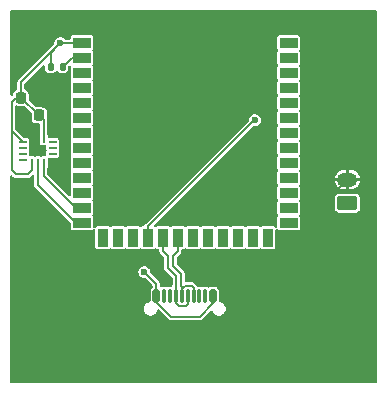
<source format=gbr>
%TF.GenerationSoftware,KiCad,Pcbnew,8.0.8-8.0.8-0~ubuntu24.04.1*%
%TF.CreationDate,2025-07-30T22:16:22-04:00*%
%TF.ProjectId,electronics,656c6563-7472-46f6-9e69-63732e6b6963,rev?*%
%TF.SameCoordinates,Original*%
%TF.FileFunction,Copper,L1,Top*%
%TF.FilePolarity,Positive*%
%FSLAX46Y46*%
G04 Gerber Fmt 4.6, Leading zero omitted, Abs format (unit mm)*
G04 Created by KiCad (PCBNEW 8.0.8-8.0.8-0~ubuntu24.04.1) date 2025-07-30 22:16:22*
%MOMM*%
%LPD*%
G01*
G04 APERTURE LIST*
G04 Aperture macros list*
%AMRoundRect*
0 Rectangle with rounded corners*
0 $1 Rounding radius*
0 $2 $3 $4 $5 $6 $7 $8 $9 X,Y pos of 4 corners*
0 Add a 4 corners polygon primitive as box body*
4,1,4,$2,$3,$4,$5,$6,$7,$8,$9,$2,$3,0*
0 Add four circle primitives for the rounded corners*
1,1,$1+$1,$2,$3*
1,1,$1+$1,$4,$5*
1,1,$1+$1,$6,$7*
1,1,$1+$1,$8,$9*
0 Add four rect primitives between the rounded corners*
20,1,$1+$1,$2,$3,$4,$5,0*
20,1,$1+$1,$4,$5,$6,$7,0*
20,1,$1+$1,$6,$7,$8,$9,0*
20,1,$1+$1,$8,$9,$2,$3,0*%
G04 Aperture macros list end*
%TA.AperFunction,SMDPad,CuDef*%
%ADD10R,0.675000X0.250000*%
%TD*%
%TA.AperFunction,SMDPad,CuDef*%
%ADD11R,0.250000X0.675000*%
%TD*%
%TA.AperFunction,SMDPad,CuDef*%
%ADD12RoundRect,0.225000X0.225000X0.250000X-0.225000X0.250000X-0.225000X-0.250000X0.225000X-0.250000X0*%
%TD*%
%TA.AperFunction,SMDPad,CuDef*%
%ADD13RoundRect,0.135000X-0.135000X-0.185000X0.135000X-0.185000X0.135000X0.185000X-0.135000X0.185000X0*%
%TD*%
%TA.AperFunction,SMDPad,CuDef*%
%ADD14RoundRect,0.150000X-0.150000X-0.425000X0.150000X-0.425000X0.150000X0.425000X-0.150000X0.425000X0*%
%TD*%
%TA.AperFunction,SMDPad,CuDef*%
%ADD15RoundRect,0.075000X-0.075000X-0.500000X0.075000X-0.500000X0.075000X0.500000X-0.075000X0.500000X0*%
%TD*%
%TA.AperFunction,SMDPad,CuDef*%
%ADD16RoundRect,0.250000X-0.840000X-0.750000X0.840000X-0.750000X0.840000X0.750000X-0.840000X0.750000X0*%
%TD*%
%TA.AperFunction,SMDPad,CuDef*%
%ADD17R,1.500000X0.900000*%
%TD*%
%TA.AperFunction,SMDPad,CuDef*%
%ADD18R,0.900000X1.500000*%
%TD*%
%TA.AperFunction,HeatsinkPad*%
%ADD19C,0.600000*%
%TD*%
%TA.AperFunction,SMDPad,CuDef*%
%ADD20R,3.900000X3.900000*%
%TD*%
%TA.AperFunction,SMDPad,CuDef*%
%ADD21RoundRect,0.225000X-0.225000X-0.250000X0.225000X-0.250000X0.225000X0.250000X-0.225000X0.250000X0*%
%TD*%
%TA.AperFunction,ComponentPad*%
%ADD22RoundRect,0.250000X0.625000X-0.350000X0.625000X0.350000X-0.625000X0.350000X-0.625000X-0.350000X0*%
%TD*%
%TA.AperFunction,ComponentPad*%
%ADD23O,1.750000X1.200000*%
%TD*%
%TA.AperFunction,ViaPad*%
%ADD24C,0.600000*%
%TD*%
%TA.AperFunction,Conductor*%
%ADD25C,0.200000*%
%TD*%
G04 APERTURE END LIST*
D10*
%TO.P,U2,1,SDO*%
%TO.N,GND*%
X131792500Y-90472500D03*
%TO.P,U2,2,ASDx*%
%TO.N,unconnected-(U2-ASDx-Pad2)*%
X131792500Y-89972500D03*
%TO.P,U2,3,ASCx*%
%TO.N,unconnected-(U2-ASCx-Pad3)*%
X131792500Y-89472500D03*
%TO.P,U2,4,INT1*%
%TO.N,unconnected-(U2-INT1-Pad4)*%
X131792500Y-88972500D03*
D11*
%TO.P,U2,5,VDDI0*%
%TO.N,+3V3*%
X131030000Y-88710000D03*
%TO.P,U2,6,GNDI0*%
%TO.N,GND*%
X130530000Y-88710000D03*
%TO.P,U2,7,GND*%
X130030000Y-88710000D03*
D10*
%TO.P,U2,8,VDD*%
%TO.N,+3V3*%
X129267500Y-88972500D03*
%TO.P,U2,9,INT2*%
%TO.N,unconnected-(U2-INT2-Pad9)*%
X129267500Y-89472500D03*
%TO.P,U2,10,OCSB*%
%TO.N,unconnected-(U2-OCSB-Pad10)*%
X129267500Y-89972500D03*
%TO.P,U2,11,OSDO*%
%TO.N,unconnected-(U2-OSDO-Pad11)*%
X129267500Y-90472500D03*
D11*
%TO.P,U2,12,CSB*%
%TO.N,+3V3*%
X130030000Y-90735000D03*
%TO.P,U2,13,SCx*%
%TO.N,/SCL*%
X130530000Y-90735000D03*
%TO.P,U2,14,SDx*%
%TO.N,/SDA*%
X131030000Y-90735000D03*
%TD*%
D12*
%TO.P,C4,1*%
%TO.N,+3V3*%
X130650000Y-86730000D03*
%TO.P,C4,2*%
%TO.N,GND*%
X129100000Y-86730000D03*
%TD*%
D13*
%TO.P,R1,1*%
%TO.N,+3V3*%
X131610000Y-82630000D03*
%TO.P,R1,2*%
%TO.N,Net-(U1-EN)*%
X132630000Y-82630000D03*
%TD*%
D14*
%TO.P,J1,A1,GND*%
%TO.N,GND*%
X139770000Y-102020000D03*
%TO.P,J1,A4,VBUS*%
%TO.N,Net-(U5-VI)*%
X140570000Y-102020000D03*
D15*
%TO.P,J1,A5,CC1*%
%TO.N,unconnected-(J1-CC1-PadA5)*%
X141720000Y-102020000D03*
%TO.P,J1,A6,D+*%
%TO.N,/D+*%
X142720000Y-102020000D03*
%TO.P,J1,A7,D-*%
%TO.N,/D-*%
X143220000Y-102020000D03*
%TO.P,J1,A8*%
%TO.N,N/C*%
X144220000Y-102020000D03*
D14*
%TO.P,J1,A9,VBUS*%
%TO.N,Net-(U5-VI)*%
X145370000Y-102020000D03*
%TO.P,J1,A12,GND*%
%TO.N,GND*%
X146170000Y-102020000D03*
%TO.P,J1,B1,GND*%
X146170000Y-102020000D03*
%TO.P,J1,B4,VBUS*%
%TO.N,Net-(U5-VI)*%
X145370000Y-102020000D03*
D15*
%TO.P,J1,B5,CC2*%
%TO.N,unconnected-(J1-CC2-PadB5)*%
X144720000Y-102020000D03*
%TO.P,J1,B6,D+*%
%TO.N,/D+*%
X143720000Y-102020000D03*
%TO.P,J1,B7,D-*%
%TO.N,/D-*%
X142220000Y-102020000D03*
%TO.P,J1,B8*%
%TO.N,N/C*%
X141220000Y-102020000D03*
D14*
%TO.P,J1,B9,VBUS*%
%TO.N,Net-(U5-VI)*%
X140570000Y-102020000D03*
%TO.P,J1,B12,GND*%
%TO.N,GND*%
X139770000Y-102020000D03*
D16*
%TO.P,J1,S1,SHIELD*%
X137860000Y-102595000D03*
X137860000Y-106525000D03*
X148080000Y-102595000D03*
X148080000Y-106525000D03*
%TD*%
D17*
%TO.P,U1,1,GND*%
%TO.N,GND*%
X134270000Y-79310000D03*
%TO.P,U1,2,3V3*%
%TO.N,+3V3*%
X134270000Y-80580000D03*
%TO.P,U1,3,EN*%
%TO.N,Net-(U1-EN)*%
X134270000Y-81850000D03*
%TO.P,U1,4,IO4*%
%TO.N,unconnected-(U1-IO4-Pad4)*%
X134270000Y-83120000D03*
%TO.P,U1,5,IO5*%
%TO.N,unconnected-(U1-IO5-Pad5)*%
X134270000Y-84390000D03*
%TO.P,U1,6,IO6*%
%TO.N,unconnected-(U1-IO6-Pad6)*%
X134270000Y-85660000D03*
%TO.P,U1,7,IO7*%
%TO.N,unconnected-(U1-IO7-Pad7)*%
X134270000Y-86930000D03*
%TO.P,U1,8,IO15*%
%TO.N,unconnected-(U1-IO15-Pad8)*%
X134270000Y-88200000D03*
%TO.P,U1,9,IO16*%
%TO.N,unconnected-(U1-IO16-Pad9)*%
X134270000Y-89470000D03*
%TO.P,U1,10,IO17*%
%TO.N,unconnected-(U1-IO17-Pad10)*%
X134270000Y-90740000D03*
%TO.P,U1,11,IO18*%
%TO.N,unconnected-(U1-IO18-Pad11)*%
X134270000Y-92010000D03*
%TO.P,U1,12,IO8*%
%TO.N,unconnected-(U1-IO8-Pad12)*%
X134270000Y-93280000D03*
%TO.P,U1,13,IO19*%
%TO.N,/SDA*%
X134270000Y-94550000D03*
%TO.P,U1,14,IO20*%
%TO.N,/SCL*%
X134270000Y-95820000D03*
D18*
%TO.P,U1,15,IO3*%
%TO.N,unconnected-(U1-IO3-Pad15)*%
X136035000Y-97070000D03*
%TO.P,U1,16,IO46*%
%TO.N,unconnected-(U1-IO46-Pad16)*%
X137305000Y-97070000D03*
%TO.P,U1,17,IO9*%
%TO.N,unconnected-(U1-IO9-Pad17)*%
X138575000Y-97070000D03*
%TO.P,U1,18,IO10*%
%TO.N,/BZR*%
X139845000Y-97070000D03*
%TO.P,U1,19,IO11*%
%TO.N,/D-*%
X141115000Y-97070000D03*
%TO.P,U1,20,IO12*%
%TO.N,/D+*%
X142385000Y-97070000D03*
%TO.P,U1,21,IO13*%
%TO.N,unconnected-(U1-IO13-Pad21)*%
X143655000Y-97070000D03*
%TO.P,U1,22,IO14*%
%TO.N,unconnected-(U1-IO14-Pad22)*%
X144925000Y-97070000D03*
%TO.P,U1,23,IO21*%
%TO.N,unconnected-(U1-IO21-Pad23)*%
X146195000Y-97070000D03*
%TO.P,U1,24,IO47*%
%TO.N,unconnected-(U1-IO47-Pad24)*%
X147465000Y-97070000D03*
%TO.P,U1,25,IO48*%
%TO.N,unconnected-(U1-IO48-Pad25)*%
X148735000Y-97070000D03*
%TO.P,U1,26,IO45*%
%TO.N,unconnected-(U1-IO45-Pad26)*%
X150005000Y-97070000D03*
D17*
%TO.P,U1,27,IO0*%
%TO.N,unconnected-(U1-IO0-Pad27)*%
X151770000Y-95820000D03*
%TO.P,U1,28,IO35*%
%TO.N,unconnected-(U1-IO35-Pad28)*%
X151770000Y-94550000D03*
%TO.P,U1,29,IO36*%
%TO.N,unconnected-(U1-IO36-Pad29)*%
X151770000Y-93280000D03*
%TO.P,U1,30,IO37*%
%TO.N,unconnected-(U1-IO37-Pad30)*%
X151770000Y-92010000D03*
%TO.P,U1,31,IO38*%
%TO.N,unconnected-(U1-IO38-Pad31)*%
X151770000Y-90740000D03*
%TO.P,U1,32,IO39*%
%TO.N,unconnected-(U1-IO39-Pad32)*%
X151770000Y-89470000D03*
%TO.P,U1,33,IO40*%
%TO.N,unconnected-(U1-IO40-Pad33)*%
X151770000Y-88200000D03*
%TO.P,U1,34,IO41*%
%TO.N,unconnected-(U1-IO41-Pad34)*%
X151770000Y-86930000D03*
%TO.P,U1,35,IO42*%
%TO.N,unconnected-(U1-IO42-Pad35)*%
X151770000Y-85660000D03*
%TO.P,U1,36,RXD0*%
%TO.N,unconnected-(U1-RXD0-Pad36)*%
X151770000Y-84390000D03*
%TO.P,U1,37,TXD0*%
%TO.N,unconnected-(U1-TXD0-Pad37)*%
X151770000Y-83120000D03*
%TO.P,U1,38,IO2*%
%TO.N,unconnected-(U1-IO2-Pad38)*%
X151770000Y-81850000D03*
%TO.P,U1,39,IO1*%
%TO.N,unconnected-(U1-IO1-Pad39)*%
X151770000Y-80580000D03*
%TO.P,U1,40,GND*%
%TO.N,GND*%
X151770000Y-79310000D03*
D19*
%TO.P,U1,41,GND*%
X140120000Y-86330000D03*
X140120000Y-87730000D03*
X140820000Y-85630000D03*
X140820000Y-87030000D03*
X140820000Y-88430000D03*
X141520000Y-86330000D03*
D20*
X141520000Y-87030000D03*
D19*
X141520000Y-87730000D03*
X142220000Y-85630000D03*
X142220000Y-87030000D03*
X142220000Y-88430000D03*
X142920000Y-86330000D03*
X142920000Y-87730000D03*
%TD*%
D21*
%TO.P,C3,1*%
%TO.N,+3V3*%
X129100000Y-85220000D03*
%TO.P,C3,2*%
%TO.N,GND*%
X130650000Y-85220000D03*
%TD*%
D22*
%TO.P,BT1,1,+*%
%TO.N,Net-(BT1-+)*%
X156750000Y-94160000D03*
D23*
%TO.P,BT1,2,-*%
%TO.N,GND*%
X156750000Y-92160000D03*
%TD*%
D24*
%TO.N,GND*%
X129740000Y-87910000D03*
X130380000Y-83970000D03*
%TO.N,/BZR*%
X148910000Y-87130000D03*
%TO.N,+3V3*%
X132431063Y-80605069D03*
%TO.N,Net-(U5-VI)*%
X139550000Y-99990000D03*
%TD*%
D25*
%TO.N,GND*%
X130690000Y-85180000D02*
X130650000Y-85220000D01*
X129740000Y-87910000D02*
X130030000Y-88200000D01*
X129740000Y-87370000D02*
X129100000Y-86730000D01*
X130030000Y-88200000D02*
X130030000Y-88710000D01*
X154170000Y-100435000D02*
X148080000Y-106525000D01*
X130380000Y-83970000D02*
X130690000Y-84280000D01*
X130690000Y-84280000D02*
X130690000Y-85180000D01*
X148080000Y-102400000D02*
X148080000Y-102595000D01*
X154170000Y-94740000D02*
X154170000Y-100435000D01*
X129740000Y-87910000D02*
X129740000Y-87370000D01*
X156750000Y-92160000D02*
X154170000Y-94740000D01*
%TO.N,/BZR*%
X139845000Y-97070000D02*
X139845000Y-96120000D01*
X148835000Y-87130000D02*
X148910000Y-87130000D01*
X139845000Y-96120000D02*
X148835000Y-87130000D01*
%TO.N,+3V3*%
X128310000Y-88015000D02*
X129267500Y-88972500D01*
X131030000Y-87110000D02*
X131030000Y-88710000D01*
X129140000Y-85220000D02*
X130650000Y-86730000D01*
X128310000Y-91330000D02*
X128700000Y-91720000D01*
X128650000Y-85220000D02*
X128310000Y-85560000D01*
X134244931Y-80605069D02*
X134270000Y-80580000D01*
X130650000Y-86730000D02*
X131030000Y-87110000D01*
X132431063Y-80605069D02*
X134244931Y-80605069D01*
X132431063Y-80605069D02*
X129100000Y-83936132D01*
X131610000Y-82630000D02*
X131610000Y-81426132D01*
X130030000Y-91380000D02*
X130030000Y-90735000D01*
X128700000Y-91720000D02*
X129690000Y-91720000D01*
X129100000Y-85220000D02*
X129140000Y-85220000D01*
X129690000Y-91720000D02*
X130030000Y-91380000D01*
X129100000Y-83936132D02*
X129100000Y-85220000D01*
X128310000Y-85560000D02*
X128310000Y-88015000D01*
X128310000Y-88015000D02*
X128310000Y-91330000D01*
X131610000Y-81426132D02*
X132431063Y-80605069D01*
X129100000Y-85220000D02*
X128650000Y-85220000D01*
%TO.N,Net-(U1-EN)*%
X132630000Y-82630000D02*
X133410000Y-81850000D01*
X133410000Y-81850000D02*
X134270000Y-81850000D01*
%TO.N,Net-(U5-VI)*%
X141840000Y-103770000D02*
X144230406Y-103770000D01*
X144230406Y-103770000D02*
X145370000Y-102630406D01*
X140570000Y-102020000D02*
X140570000Y-102500000D01*
X140570000Y-101010000D02*
X139550000Y-99990000D01*
X140570000Y-102500000D02*
X141840000Y-103770000D01*
X140570000Y-102020000D02*
X140570000Y-101010000D01*
X145370000Y-102630406D02*
X145370000Y-102020000D01*
%TO.N,/D-*%
X143220000Y-102727410D02*
X143220000Y-102020000D01*
X142220000Y-102020000D02*
X142220000Y-101157499D01*
X142220000Y-101157499D02*
X142245000Y-101132499D01*
X141525000Y-99623200D02*
X141525000Y-98605001D01*
X142220000Y-102627410D02*
X142487590Y-102895000D01*
X141525000Y-98605001D02*
X141115000Y-98195001D01*
X142487590Y-102895000D02*
X143052410Y-102895000D01*
X141115000Y-98195001D02*
X141115000Y-97070000D01*
X142245000Y-100343200D02*
X141525000Y-99623200D01*
X142245000Y-101132499D02*
X142245000Y-100343200D01*
X142220000Y-102020000D02*
X142220000Y-102627410D01*
X143052410Y-102895000D02*
X143220000Y-102727410D01*
%TO.N,/D+*%
X142720000Y-102020000D02*
X142720000Y-101412590D01*
X143552410Y-101145000D02*
X143720000Y-101312590D01*
X142987590Y-101145000D02*
X143552410Y-101145000D01*
X141975000Y-99436800D02*
X141975000Y-98605001D01*
X143720000Y-101312590D02*
X143720000Y-102020000D01*
X142695000Y-100156800D02*
X141975000Y-99436800D01*
X141975000Y-98605001D02*
X142385000Y-98195001D01*
X142720000Y-101412590D02*
X142987590Y-101145000D01*
X142720000Y-102020000D02*
X142720000Y-101157499D01*
X142695000Y-101132499D02*
X142695000Y-100156800D01*
X142720000Y-101157499D02*
X142695000Y-101132499D01*
X142385000Y-98195001D02*
X142385000Y-97070000D01*
%TO.N,/SCL*%
X130530000Y-92610000D02*
X133740000Y-95820000D01*
X133740000Y-95820000D02*
X134270000Y-95820000D01*
X130530000Y-90735000D02*
X130530000Y-92610000D01*
%TO.N,/SDA*%
X131030000Y-90735000D02*
X131030000Y-91840000D01*
X131030000Y-91840000D02*
X133740000Y-94550000D01*
X133740000Y-94550000D02*
X134270000Y-94550000D01*
%TD*%
%TA.AperFunction,Conductor*%
%TO.N,GND*%
G36*
X140737506Y-87526886D02*
G01*
X140748109Y-87529999D01*
X140748112Y-87530000D01*
X140891888Y-87530000D01*
X140891892Y-87529999D01*
X140902491Y-87526887D01*
X140963651Y-87528633D01*
X141012105Y-87565994D01*
X141029345Y-87624701D01*
X141028377Y-87635964D01*
X141014858Y-87729995D01*
X141014858Y-87730003D01*
X141028377Y-87824034D01*
X141017944Y-87884324D01*
X140974065Y-87926966D01*
X140913503Y-87935673D01*
X140902496Y-87933114D01*
X140891891Y-87930000D01*
X140748112Y-87930000D01*
X140748104Y-87930001D01*
X140737501Y-87933114D01*
X140676341Y-87931364D01*
X140627890Y-87893999D01*
X140610654Y-87835292D01*
X140611622Y-87824033D01*
X140625142Y-87730001D01*
X140625142Y-87729997D01*
X140611622Y-87635965D01*
X140622055Y-87575676D01*
X140665933Y-87533034D01*
X140726495Y-87524326D01*
X140737506Y-87526886D01*
G37*
%TD.AperFunction*%
%TA.AperFunction,Conductor*%
G36*
X142137506Y-87526886D02*
G01*
X142148109Y-87529999D01*
X142148112Y-87530000D01*
X142291888Y-87530000D01*
X142291892Y-87529999D01*
X142302491Y-87526887D01*
X142363651Y-87528633D01*
X142412105Y-87565994D01*
X142429345Y-87624701D01*
X142428377Y-87635964D01*
X142414858Y-87729995D01*
X142414858Y-87730003D01*
X142428377Y-87824034D01*
X142417944Y-87884324D01*
X142374065Y-87926966D01*
X142313503Y-87935673D01*
X142302496Y-87933114D01*
X142291891Y-87930000D01*
X142148112Y-87930000D01*
X142148104Y-87930001D01*
X142137501Y-87933114D01*
X142076341Y-87931364D01*
X142027890Y-87893999D01*
X142010654Y-87835292D01*
X142011622Y-87824033D01*
X142025142Y-87730001D01*
X142025142Y-87729997D01*
X142011622Y-87635965D01*
X142022055Y-87575676D01*
X142065933Y-87533034D01*
X142126495Y-87524326D01*
X142137506Y-87526886D01*
G37*
%TD.AperFunction*%
%TA.AperFunction,Conductor*%
G36*
X141437506Y-86826886D02*
G01*
X141448109Y-86829999D01*
X141448112Y-86830000D01*
X141591888Y-86830000D01*
X141591892Y-86829999D01*
X141602491Y-86826887D01*
X141663651Y-86828633D01*
X141712105Y-86865994D01*
X141729345Y-86924701D01*
X141728377Y-86935964D01*
X141714858Y-87029995D01*
X141714858Y-87030003D01*
X141728377Y-87124034D01*
X141717944Y-87184324D01*
X141674065Y-87226966D01*
X141613503Y-87235673D01*
X141602496Y-87233114D01*
X141591891Y-87230000D01*
X141448112Y-87230000D01*
X141448104Y-87230001D01*
X141437501Y-87233114D01*
X141376341Y-87231364D01*
X141327890Y-87193999D01*
X141310654Y-87135292D01*
X141311622Y-87124033D01*
X141325142Y-87030001D01*
X141325142Y-87029997D01*
X141311622Y-86935965D01*
X141322055Y-86875676D01*
X141365933Y-86833034D01*
X141426495Y-86824326D01*
X141437506Y-86826886D01*
G37*
%TD.AperFunction*%
%TA.AperFunction,Conductor*%
G36*
X140737506Y-86126886D02*
G01*
X140748109Y-86129999D01*
X140748112Y-86130000D01*
X140891888Y-86130000D01*
X140891892Y-86129999D01*
X140902491Y-86126887D01*
X140963651Y-86128633D01*
X141012105Y-86165994D01*
X141029345Y-86224701D01*
X141028377Y-86235964D01*
X141014858Y-86329995D01*
X141014858Y-86330003D01*
X141028377Y-86424034D01*
X141017944Y-86484324D01*
X140974065Y-86526966D01*
X140913503Y-86535673D01*
X140902496Y-86533114D01*
X140891891Y-86530000D01*
X140748112Y-86530000D01*
X140748104Y-86530001D01*
X140737501Y-86533114D01*
X140676341Y-86531364D01*
X140627890Y-86493999D01*
X140610654Y-86435292D01*
X140611622Y-86424033D01*
X140625142Y-86330001D01*
X140625142Y-86329997D01*
X140611622Y-86235965D01*
X140622055Y-86175676D01*
X140665933Y-86133034D01*
X140726495Y-86124326D01*
X140737506Y-86126886D01*
G37*
%TD.AperFunction*%
%TA.AperFunction,Conductor*%
G36*
X142137506Y-86126886D02*
G01*
X142148109Y-86129999D01*
X142148112Y-86130000D01*
X142291888Y-86130000D01*
X142291892Y-86129999D01*
X142302491Y-86126887D01*
X142363651Y-86128633D01*
X142412105Y-86165994D01*
X142429345Y-86224701D01*
X142428377Y-86235964D01*
X142414858Y-86329995D01*
X142414858Y-86330003D01*
X142428377Y-86424034D01*
X142417944Y-86484324D01*
X142374065Y-86526966D01*
X142313503Y-86535673D01*
X142302496Y-86533114D01*
X142291891Y-86530000D01*
X142148112Y-86530000D01*
X142148104Y-86530001D01*
X142137501Y-86533114D01*
X142076341Y-86531364D01*
X142027890Y-86493999D01*
X142010654Y-86435292D01*
X142011622Y-86424033D01*
X142025142Y-86330001D01*
X142025142Y-86329997D01*
X142011622Y-86235965D01*
X142022055Y-86175676D01*
X142065933Y-86133034D01*
X142126495Y-86124326D01*
X142137506Y-86126886D01*
G37*
%TD.AperFunction*%
%TA.AperFunction,Conductor*%
G36*
X159168691Y-77838907D02*
G01*
X159204655Y-77888407D01*
X159209500Y-77919000D01*
X159209500Y-109320500D01*
X159190593Y-109378691D01*
X159141093Y-109414655D01*
X159110500Y-109419500D01*
X128309500Y-109419500D01*
X128251309Y-109400593D01*
X128215345Y-109351093D01*
X128210500Y-109320500D01*
X128210500Y-91894479D01*
X128229407Y-91836288D01*
X128278907Y-91800324D01*
X128340093Y-91800324D01*
X128379504Y-91824475D01*
X128459540Y-91904511D01*
X128459539Y-91904511D01*
X128515489Y-91960460D01*
X128584007Y-92000019D01*
X128584011Y-92000021D01*
X128660435Y-92020499D01*
X128660437Y-92020500D01*
X128660438Y-92020500D01*
X129729563Y-92020500D01*
X129729563Y-92020499D01*
X129805989Y-92000021D01*
X129874511Y-91960460D01*
X129930460Y-91904511D01*
X130060496Y-91774475D01*
X130115013Y-91746698D01*
X130175445Y-91756269D01*
X130218710Y-91799534D01*
X130229500Y-91844479D01*
X130229500Y-92649564D01*
X130249977Y-92725985D01*
X130249981Y-92725993D01*
X130264861Y-92751768D01*
X130264862Y-92751768D01*
X130281969Y-92781397D01*
X130289540Y-92794511D01*
X133290505Y-95795476D01*
X133318281Y-95849991D01*
X133319500Y-95865478D01*
X133319500Y-96289746D01*
X133319501Y-96289758D01*
X133331132Y-96348227D01*
X133331134Y-96348233D01*
X133373566Y-96411736D01*
X133375448Y-96414552D01*
X133441769Y-96458867D01*
X133486231Y-96467711D01*
X133500241Y-96470498D01*
X133500246Y-96470498D01*
X133500252Y-96470500D01*
X133500253Y-96470500D01*
X135039747Y-96470500D01*
X135039748Y-96470500D01*
X135098231Y-96458867D01*
X135164552Y-96414552D01*
X135203185Y-96356733D01*
X135251235Y-96318855D01*
X135312373Y-96316453D01*
X135363247Y-96350446D01*
X135384424Y-96407850D01*
X135384500Y-96411736D01*
X135384500Y-97839746D01*
X135384501Y-97839758D01*
X135396132Y-97898227D01*
X135396134Y-97898233D01*
X135440445Y-97964548D01*
X135440448Y-97964552D01*
X135506769Y-98008867D01*
X135551231Y-98017711D01*
X135565241Y-98020498D01*
X135565246Y-98020498D01*
X135565252Y-98020500D01*
X135565253Y-98020500D01*
X136504747Y-98020500D01*
X136504748Y-98020500D01*
X136563231Y-98008867D01*
X136615000Y-97974274D01*
X136673885Y-97957667D01*
X136724998Y-97974274D01*
X136776769Y-98008867D01*
X136821231Y-98017711D01*
X136835241Y-98020498D01*
X136835246Y-98020498D01*
X136835252Y-98020500D01*
X136835253Y-98020500D01*
X137774747Y-98020500D01*
X137774748Y-98020500D01*
X137833231Y-98008867D01*
X137885000Y-97974274D01*
X137943885Y-97957667D01*
X137994998Y-97974274D01*
X138046769Y-98008867D01*
X138091231Y-98017711D01*
X138105241Y-98020498D01*
X138105246Y-98020498D01*
X138105252Y-98020500D01*
X138105253Y-98020500D01*
X139044747Y-98020500D01*
X139044748Y-98020500D01*
X139103231Y-98008867D01*
X139155000Y-97974274D01*
X139213885Y-97957667D01*
X139264998Y-97974274D01*
X139316769Y-98008867D01*
X139361231Y-98017711D01*
X139375241Y-98020498D01*
X139375246Y-98020498D01*
X139375252Y-98020500D01*
X139375253Y-98020500D01*
X140314747Y-98020500D01*
X140314748Y-98020500D01*
X140373231Y-98008867D01*
X140425000Y-97974274D01*
X140483885Y-97957667D01*
X140534998Y-97974274D01*
X140586769Y-98008867D01*
X140631231Y-98017711D01*
X140645241Y-98020498D01*
X140645246Y-98020498D01*
X140645252Y-98020500D01*
X140715500Y-98020500D01*
X140773691Y-98039407D01*
X140809655Y-98088907D01*
X140814500Y-98119500D01*
X140814500Y-98234565D01*
X140834978Y-98310989D01*
X140848856Y-98335025D01*
X140865897Y-98364541D01*
X140874540Y-98379512D01*
X141195505Y-98700477D01*
X141223281Y-98754992D01*
X141224500Y-98770479D01*
X141224500Y-99662764D01*
X141244978Y-99739186D01*
X141244979Y-99739189D01*
X141252177Y-99751656D01*
X141252177Y-99751658D01*
X141280203Y-99800199D01*
X141284540Y-99807711D01*
X141915505Y-100438676D01*
X141943281Y-100493191D01*
X141944500Y-100508678D01*
X141944500Y-101011604D01*
X141941126Y-101037228D01*
X141919500Y-101117934D01*
X141919500Y-101145500D01*
X141900593Y-101203691D01*
X141851093Y-101239655D01*
X141820500Y-101244500D01*
X141617870Y-101244500D01*
X141617862Y-101244501D01*
X141537505Y-101260484D01*
X141537501Y-101260486D01*
X141524999Y-101268840D01*
X141466111Y-101285447D01*
X141415001Y-101268840D01*
X141402496Y-101260485D01*
X141402495Y-101260484D01*
X141322134Y-101244500D01*
X141117870Y-101244500D01*
X141117862Y-101244501D01*
X141037505Y-101260484D01*
X141037503Y-101260485D01*
X141024502Y-101269173D01*
X140965614Y-101285782D01*
X140908210Y-101264605D01*
X140874217Y-101213731D01*
X140870500Y-101186858D01*
X140870500Y-100970437D01*
X140870499Y-100970435D01*
X140850021Y-100894011D01*
X140850019Y-100894007D01*
X140810460Y-100825489D01*
X140754511Y-100769539D01*
X140754511Y-100769540D01*
X140080546Y-100095575D01*
X140052769Y-100041058D01*
X140052558Y-100011482D01*
X140055647Y-99990000D01*
X140053101Y-99972293D01*
X140035165Y-99847543D01*
X139991374Y-99751655D01*
X139975377Y-99716627D01*
X139881128Y-99607857D01*
X139881127Y-99607856D01*
X139881126Y-99607855D01*
X139760057Y-99530049D01*
X139760054Y-99530047D01*
X139760053Y-99530047D01*
X139760050Y-99530046D01*
X139621964Y-99489500D01*
X139621961Y-99489500D01*
X139478039Y-99489500D01*
X139478035Y-99489500D01*
X139339949Y-99530046D01*
X139339942Y-99530049D01*
X139218873Y-99607855D01*
X139124622Y-99716628D01*
X139064834Y-99847543D01*
X139044353Y-99989997D01*
X139044353Y-99990002D01*
X139064834Y-100132456D01*
X139124622Y-100263371D01*
X139124623Y-100263373D01*
X139218872Y-100372143D01*
X139218873Y-100372144D01*
X139322396Y-100438674D01*
X139339947Y-100449953D01*
X139446403Y-100481211D01*
X139478035Y-100490499D01*
X139478036Y-100490499D01*
X139478039Y-100490500D01*
X139478041Y-100490500D01*
X139584521Y-100490500D01*
X139642712Y-100509407D01*
X139654525Y-100519496D01*
X140240504Y-101105475D01*
X140268281Y-101159992D01*
X140269500Y-101175479D01*
X140269500Y-101216635D01*
X140250593Y-101274826D01*
X140219889Y-101300612D01*
X140220192Y-101301036D01*
X140214817Y-101304873D01*
X140213982Y-101305574D01*
X140213951Y-101305590D01*
X140213518Y-101305801D01*
X140130801Y-101388518D01*
X140079427Y-101493604D01*
X140069500Y-101561743D01*
X140069500Y-102426046D01*
X140050593Y-102484237D01*
X140001093Y-102520201D01*
X139996123Y-102521673D01*
X139857860Y-102558720D01*
X139726639Y-102634481D01*
X139619481Y-102741639D01*
X139543720Y-102872860D01*
X139543719Y-102872865D01*
X139504500Y-103019234D01*
X139504500Y-103170766D01*
X139525794Y-103250237D01*
X139543720Y-103317139D01*
X139619481Y-103448360D01*
X139619483Y-103448362D01*
X139619485Y-103448365D01*
X139726635Y-103555515D01*
X139726637Y-103555516D01*
X139726639Y-103555518D01*
X139857861Y-103631279D01*
X139857859Y-103631279D01*
X139857863Y-103631280D01*
X139857865Y-103631281D01*
X140004234Y-103670500D01*
X140004236Y-103670500D01*
X140155764Y-103670500D01*
X140155766Y-103670500D01*
X140302135Y-103631281D01*
X140302137Y-103631279D01*
X140302139Y-103631279D01*
X140433360Y-103555518D01*
X140433360Y-103555517D01*
X140433365Y-103555515D01*
X140540515Y-103448365D01*
X140616281Y-103317135D01*
X140644994Y-103209973D01*
X140678317Y-103158662D01*
X140735438Y-103136735D01*
X140794539Y-103152570D01*
X140810624Y-103165595D01*
X141599540Y-103954511D01*
X141599539Y-103954511D01*
X141655489Y-104010460D01*
X141724007Y-104050019D01*
X141724011Y-104050021D01*
X141800435Y-104070499D01*
X141800437Y-104070500D01*
X141800438Y-104070500D01*
X144269969Y-104070500D01*
X144269969Y-104070499D01*
X144346395Y-104050021D01*
X144414917Y-104010460D01*
X144470866Y-103954511D01*
X145156935Y-103268441D01*
X145211450Y-103240666D01*
X145271882Y-103250237D01*
X145315147Y-103293502D01*
X145322563Y-103312821D01*
X145323719Y-103317137D01*
X145323720Y-103317138D01*
X145399481Y-103448360D01*
X145399483Y-103448362D01*
X145399485Y-103448365D01*
X145506635Y-103555515D01*
X145506637Y-103555516D01*
X145506639Y-103555518D01*
X145637861Y-103631279D01*
X145637859Y-103631279D01*
X145637863Y-103631280D01*
X145637865Y-103631281D01*
X145784234Y-103670500D01*
X145784236Y-103670500D01*
X145935764Y-103670500D01*
X145935766Y-103670500D01*
X146082135Y-103631281D01*
X146082137Y-103631279D01*
X146082139Y-103631279D01*
X146213360Y-103555518D01*
X146213360Y-103555517D01*
X146213365Y-103555515D01*
X146320515Y-103448365D01*
X146396281Y-103317135D01*
X146435500Y-103170766D01*
X146435500Y-103019234D01*
X146396281Y-102872865D01*
X146396279Y-102872862D01*
X146396279Y-102872860D01*
X146320518Y-102741639D01*
X146320516Y-102741637D01*
X146320515Y-102741635D01*
X146213365Y-102634485D01*
X146213362Y-102634483D01*
X146213360Y-102634481D01*
X146082138Y-102558720D01*
X146082139Y-102558720D01*
X145943877Y-102521673D01*
X145892562Y-102488349D01*
X145870636Y-102431227D01*
X145870500Y-102426046D01*
X145870500Y-101561743D01*
X145870500Y-101561740D01*
X145860573Y-101493607D01*
X145809198Y-101388517D01*
X145726483Y-101305802D01*
X145700284Y-101292994D01*
X145621395Y-101254427D01*
X145594139Y-101250456D01*
X145553260Y-101244500D01*
X145186740Y-101244500D01*
X145152673Y-101249463D01*
X145118604Y-101254427D01*
X145039714Y-101292994D01*
X144979131Y-101301565D01*
X144941232Y-101286368D01*
X144902498Y-101260487D01*
X144902496Y-101260486D01*
X144902495Y-101260485D01*
X144822133Y-101244500D01*
X144822132Y-101244500D01*
X144617870Y-101244500D01*
X144617862Y-101244501D01*
X144537505Y-101260484D01*
X144537501Y-101260486D01*
X144524999Y-101268840D01*
X144466111Y-101285447D01*
X144415001Y-101268840D01*
X144402496Y-101260485D01*
X144402495Y-101260484D01*
X144322134Y-101244500D01*
X144117870Y-101244500D01*
X144117855Y-101244502D01*
X144106537Y-101246753D01*
X144045777Y-101239557D01*
X144001494Y-101199154D01*
X144000021Y-101196604D01*
X144000021Y-101196601D01*
X143960460Y-101128079D01*
X143937856Y-101105475D01*
X143904512Y-101072130D01*
X143736920Y-100904539D01*
X143718684Y-100894010D01*
X143718684Y-100894011D01*
X143668399Y-100864979D01*
X143668398Y-100864978D01*
X143668397Y-100864978D01*
X143591974Y-100844500D01*
X143591972Y-100844500D01*
X143094500Y-100844500D01*
X143036309Y-100825593D01*
X143000345Y-100776093D01*
X142995500Y-100745500D01*
X142995500Y-100117239D01*
X142995500Y-100117238D01*
X142981015Y-100063179D01*
X142981015Y-100063178D01*
X142981015Y-100063177D01*
X142978820Y-100054989D01*
X142975022Y-100040812D01*
X142975020Y-100040808D01*
X142935463Y-99972293D01*
X142935462Y-99972292D01*
X142935461Y-99972291D01*
X142935460Y-99972289D01*
X142304496Y-99341325D01*
X142276719Y-99286808D01*
X142275500Y-99271321D01*
X142275500Y-98770479D01*
X142294407Y-98712288D01*
X142304490Y-98700481D01*
X142625460Y-98379512D01*
X142625463Y-98379507D01*
X142665020Y-98310993D01*
X142665021Y-98310990D01*
X142665022Y-98310989D01*
X142685500Y-98234563D01*
X142685500Y-98155439D01*
X142685500Y-98119500D01*
X142704407Y-98061309D01*
X142753907Y-98025345D01*
X142784500Y-98020500D01*
X142854747Y-98020500D01*
X142854748Y-98020500D01*
X142913231Y-98008867D01*
X142965000Y-97974274D01*
X143023885Y-97957667D01*
X143074998Y-97974274D01*
X143126769Y-98008867D01*
X143171231Y-98017711D01*
X143185241Y-98020498D01*
X143185246Y-98020498D01*
X143185252Y-98020500D01*
X143185253Y-98020500D01*
X144124747Y-98020500D01*
X144124748Y-98020500D01*
X144183231Y-98008867D01*
X144235000Y-97974274D01*
X144293885Y-97957667D01*
X144344998Y-97974274D01*
X144396769Y-98008867D01*
X144441231Y-98017711D01*
X144455241Y-98020498D01*
X144455246Y-98020498D01*
X144455252Y-98020500D01*
X144455253Y-98020500D01*
X145394747Y-98020500D01*
X145394748Y-98020500D01*
X145453231Y-98008867D01*
X145505000Y-97974274D01*
X145563885Y-97957667D01*
X145614998Y-97974274D01*
X145666769Y-98008867D01*
X145711231Y-98017711D01*
X145725241Y-98020498D01*
X145725246Y-98020498D01*
X145725252Y-98020500D01*
X145725253Y-98020500D01*
X146664747Y-98020500D01*
X146664748Y-98020500D01*
X146723231Y-98008867D01*
X146775000Y-97974274D01*
X146833885Y-97957667D01*
X146884998Y-97974274D01*
X146936769Y-98008867D01*
X146981231Y-98017711D01*
X146995241Y-98020498D01*
X146995246Y-98020498D01*
X146995252Y-98020500D01*
X146995253Y-98020500D01*
X147934747Y-98020500D01*
X147934748Y-98020500D01*
X147993231Y-98008867D01*
X148045000Y-97974274D01*
X148103885Y-97957667D01*
X148154998Y-97974274D01*
X148206769Y-98008867D01*
X148251231Y-98017711D01*
X148265241Y-98020498D01*
X148265246Y-98020498D01*
X148265252Y-98020500D01*
X148265253Y-98020500D01*
X149204747Y-98020500D01*
X149204748Y-98020500D01*
X149263231Y-98008867D01*
X149315000Y-97974274D01*
X149373885Y-97957667D01*
X149424998Y-97974274D01*
X149476769Y-98008867D01*
X149521231Y-98017711D01*
X149535241Y-98020498D01*
X149535246Y-98020498D01*
X149535252Y-98020500D01*
X149535253Y-98020500D01*
X150474747Y-98020500D01*
X150474748Y-98020500D01*
X150533231Y-98008867D01*
X150599552Y-97964552D01*
X150643867Y-97898231D01*
X150655500Y-97839748D01*
X150655500Y-96411736D01*
X150674407Y-96353545D01*
X150723907Y-96317581D01*
X150785093Y-96317581D01*
X150834593Y-96353545D01*
X150836805Y-96356720D01*
X150875448Y-96414552D01*
X150941769Y-96458867D01*
X150986231Y-96467711D01*
X151000241Y-96470498D01*
X151000246Y-96470498D01*
X151000252Y-96470500D01*
X151000253Y-96470500D01*
X152539747Y-96470500D01*
X152539748Y-96470500D01*
X152598231Y-96458867D01*
X152664552Y-96414552D01*
X152708867Y-96348231D01*
X152720500Y-96289748D01*
X152720500Y-95350252D01*
X152708867Y-95291769D01*
X152674274Y-95239999D01*
X152657667Y-95181115D01*
X152674274Y-95130001D01*
X152708867Y-95078231D01*
X152720500Y-95019748D01*
X152720500Y-94080252D01*
X152708867Y-94021769D01*
X152674274Y-93969999D01*
X152657667Y-93911115D01*
X152674274Y-93860001D01*
X152708867Y-93808231D01*
X152719311Y-93755725D01*
X155674500Y-93755725D01*
X155674500Y-94564274D01*
X155677353Y-94594694D01*
X155677355Y-94594703D01*
X155722207Y-94722883D01*
X155802845Y-94832144D01*
X155802847Y-94832146D01*
X155802850Y-94832150D01*
X155802853Y-94832152D01*
X155802855Y-94832154D01*
X155912116Y-94912792D01*
X155912117Y-94912792D01*
X155912118Y-94912793D01*
X156040301Y-94957646D01*
X156070725Y-94960499D01*
X156070727Y-94960500D01*
X156070734Y-94960500D01*
X157429273Y-94960500D01*
X157429273Y-94960499D01*
X157459699Y-94957646D01*
X157587882Y-94912793D01*
X157697150Y-94832150D01*
X157777793Y-94722882D01*
X157822646Y-94594699D01*
X157825499Y-94564273D01*
X157825500Y-94564273D01*
X157825500Y-93755727D01*
X157825499Y-93755725D01*
X157822646Y-93725301D01*
X157777793Y-93597118D01*
X157723617Y-93523712D01*
X157697154Y-93487855D01*
X157697152Y-93487853D01*
X157697150Y-93487850D01*
X157697146Y-93487847D01*
X157697144Y-93487845D01*
X157587883Y-93407207D01*
X157459703Y-93362355D01*
X157459694Y-93362353D01*
X157429274Y-93359500D01*
X157429266Y-93359500D01*
X156070734Y-93359500D01*
X156070725Y-93359500D01*
X156040305Y-93362353D01*
X156040296Y-93362355D01*
X155912116Y-93407207D01*
X155802855Y-93487845D01*
X155802845Y-93487855D01*
X155722207Y-93597116D01*
X155677355Y-93725296D01*
X155677353Y-93725305D01*
X155674500Y-93755725D01*
X152719311Y-93755725D01*
X152720500Y-93749748D01*
X152720500Y-92810252D01*
X152708867Y-92751769D01*
X152674274Y-92699999D01*
X152657667Y-92641115D01*
X152674274Y-92590001D01*
X152708867Y-92538231D01*
X152720500Y-92479748D01*
X152720500Y-92060000D01*
X155679217Y-92060000D01*
X156388566Y-92060000D01*
X156375000Y-92110630D01*
X156375000Y-92209370D01*
X156388566Y-92260000D01*
X155679218Y-92260000D01*
X155705742Y-92393349D01*
X155766048Y-92538940D01*
X155766052Y-92538949D01*
X155853599Y-92669969D01*
X155853602Y-92669973D01*
X155965026Y-92781397D01*
X155965030Y-92781400D01*
X156096050Y-92868947D01*
X156096059Y-92868951D01*
X156241650Y-92929257D01*
X156396204Y-92959999D01*
X156396208Y-92960000D01*
X156649999Y-92960000D01*
X156650000Y-92959999D01*
X156650000Y-92521433D01*
X156700630Y-92535000D01*
X156799370Y-92535000D01*
X156850000Y-92521433D01*
X156850000Y-92959999D01*
X156850001Y-92960000D01*
X157103792Y-92960000D01*
X157103795Y-92959999D01*
X157258349Y-92929257D01*
X157403940Y-92868951D01*
X157403949Y-92868947D01*
X157534969Y-92781400D01*
X157534973Y-92781397D01*
X157646397Y-92669973D01*
X157646400Y-92669969D01*
X157733947Y-92538949D01*
X157733951Y-92538940D01*
X157794257Y-92393349D01*
X157820782Y-92260000D01*
X157111434Y-92260000D01*
X157125000Y-92209370D01*
X157125000Y-92110630D01*
X157111434Y-92060000D01*
X157820782Y-92060000D01*
X157794257Y-91926650D01*
X157733951Y-91781059D01*
X157733947Y-91781050D01*
X157646400Y-91650030D01*
X157646397Y-91650026D01*
X157534973Y-91538602D01*
X157534969Y-91538599D01*
X157403949Y-91451052D01*
X157403940Y-91451048D01*
X157258349Y-91390742D01*
X157103795Y-91360000D01*
X156850001Y-91360000D01*
X156850000Y-91360001D01*
X156850000Y-91798566D01*
X156799370Y-91785000D01*
X156700630Y-91785000D01*
X156650000Y-91798566D01*
X156650000Y-91360001D01*
X156649999Y-91360000D01*
X156396204Y-91360000D01*
X156241650Y-91390742D01*
X156096059Y-91451048D01*
X156096050Y-91451052D01*
X155965030Y-91538599D01*
X155965026Y-91538602D01*
X155853602Y-91650026D01*
X155853599Y-91650030D01*
X155766052Y-91781050D01*
X155766048Y-91781059D01*
X155705742Y-91926650D01*
X155679217Y-92060000D01*
X152720500Y-92060000D01*
X152720500Y-91540252D01*
X152708867Y-91481769D01*
X152674274Y-91429999D01*
X152657667Y-91371115D01*
X152674274Y-91320001D01*
X152708867Y-91268231D01*
X152720500Y-91209748D01*
X152720500Y-90270252D01*
X152720304Y-90269269D01*
X152714891Y-90242054D01*
X152708867Y-90211769D01*
X152674274Y-90159999D01*
X152657667Y-90101115D01*
X152674274Y-90050001D01*
X152708867Y-89998231D01*
X152720500Y-89939748D01*
X152720500Y-89000252D01*
X152708867Y-88941769D01*
X152674274Y-88889999D01*
X152657667Y-88831115D01*
X152674274Y-88780001D01*
X152708867Y-88728231D01*
X152720500Y-88669748D01*
X152720500Y-87730252D01*
X152720450Y-87730003D01*
X152709182Y-87673355D01*
X152708867Y-87671769D01*
X152674274Y-87619999D01*
X152657667Y-87561115D01*
X152674274Y-87510001D01*
X152708867Y-87458231D01*
X152720500Y-87399748D01*
X152720500Y-86460252D01*
X152708867Y-86401769D01*
X152674274Y-86349999D01*
X152657667Y-86291115D01*
X152674274Y-86240001D01*
X152708867Y-86188231D01*
X152720500Y-86129748D01*
X152720500Y-85190252D01*
X152708867Y-85131769D01*
X152674274Y-85079999D01*
X152657667Y-85021115D01*
X152674274Y-84970001D01*
X152708867Y-84918231D01*
X152720500Y-84859748D01*
X152720500Y-83920252D01*
X152708867Y-83861769D01*
X152674274Y-83809999D01*
X152657667Y-83751115D01*
X152674274Y-83700001D01*
X152708867Y-83648231D01*
X152720500Y-83589748D01*
X152720500Y-82650252D01*
X152708867Y-82591769D01*
X152674274Y-82539999D01*
X152657667Y-82481115D01*
X152674274Y-82430001D01*
X152708867Y-82378231D01*
X152720500Y-82319748D01*
X152720500Y-81380252D01*
X152708867Y-81321769D01*
X152674274Y-81269999D01*
X152657667Y-81211115D01*
X152674274Y-81160001D01*
X152708867Y-81108231D01*
X152720500Y-81049748D01*
X152720500Y-80110252D01*
X152708867Y-80051769D01*
X152664552Y-79985448D01*
X152664548Y-79985445D01*
X152598233Y-79941134D01*
X152598231Y-79941133D01*
X152598228Y-79941132D01*
X152598227Y-79941132D01*
X152539758Y-79929501D01*
X152539748Y-79929500D01*
X151000252Y-79929500D01*
X151000251Y-79929500D01*
X151000241Y-79929501D01*
X150941772Y-79941132D01*
X150941766Y-79941134D01*
X150875451Y-79985445D01*
X150875445Y-79985451D01*
X150831134Y-80051766D01*
X150831132Y-80051772D01*
X150819501Y-80110241D01*
X150819500Y-80110253D01*
X150819500Y-81049746D01*
X150819501Y-81049758D01*
X150831132Y-81108227D01*
X150831134Y-81108233D01*
X150865723Y-81159998D01*
X150882332Y-81218886D01*
X150865723Y-81270002D01*
X150831134Y-81321766D01*
X150831132Y-81321772D01*
X150819501Y-81380241D01*
X150819500Y-81380253D01*
X150819500Y-82319746D01*
X150819501Y-82319758D01*
X150831132Y-82378227D01*
X150831134Y-82378233D01*
X150865723Y-82429998D01*
X150882332Y-82488886D01*
X150865723Y-82540002D01*
X150831134Y-82591766D01*
X150831132Y-82591772D01*
X150819501Y-82650241D01*
X150819500Y-82650253D01*
X150819500Y-83589746D01*
X150819501Y-83589758D01*
X150831132Y-83648227D01*
X150831134Y-83648233D01*
X150865723Y-83699998D01*
X150882332Y-83758886D01*
X150865723Y-83810002D01*
X150831134Y-83861766D01*
X150831132Y-83861772D01*
X150819501Y-83920241D01*
X150819500Y-83920253D01*
X150819500Y-84859746D01*
X150819501Y-84859758D01*
X150831132Y-84918227D01*
X150831134Y-84918233D01*
X150865723Y-84969998D01*
X150882332Y-85028886D01*
X150865723Y-85080002D01*
X150831134Y-85131766D01*
X150831132Y-85131772D01*
X150819501Y-85190241D01*
X150819500Y-85190253D01*
X150819500Y-86129746D01*
X150819501Y-86129758D01*
X150831132Y-86188227D01*
X150831134Y-86188233D01*
X150865723Y-86239998D01*
X150882332Y-86298886D01*
X150865723Y-86350002D01*
X150831134Y-86401766D01*
X150831132Y-86401772D01*
X150819501Y-86460241D01*
X150819500Y-86460253D01*
X150819500Y-87399746D01*
X150819501Y-87399758D01*
X150831132Y-87458227D01*
X150831134Y-87458233D01*
X150865723Y-87509998D01*
X150882332Y-87568886D01*
X150865723Y-87620002D01*
X150831134Y-87671766D01*
X150831132Y-87671772D01*
X150819501Y-87730241D01*
X150819500Y-87730253D01*
X150819500Y-88669746D01*
X150819501Y-88669758D01*
X150831132Y-88728227D01*
X150831134Y-88728233D01*
X150865723Y-88779998D01*
X150882332Y-88838886D01*
X150865723Y-88890002D01*
X150831134Y-88941766D01*
X150831132Y-88941772D01*
X150819501Y-89000241D01*
X150819500Y-89000253D01*
X150819500Y-89939746D01*
X150819501Y-89939758D01*
X150831132Y-89998227D01*
X150831134Y-89998233D01*
X150865723Y-90049998D01*
X150882332Y-90108886D01*
X150865723Y-90160002D01*
X150831134Y-90211766D01*
X150831132Y-90211772D01*
X150819501Y-90270241D01*
X150819500Y-90270253D01*
X150819500Y-91209746D01*
X150819501Y-91209758D01*
X150831132Y-91268227D01*
X150831134Y-91268233D01*
X150865723Y-91319998D01*
X150882332Y-91378886D01*
X150865723Y-91430002D01*
X150831134Y-91481766D01*
X150831132Y-91481772D01*
X150819501Y-91540241D01*
X150819500Y-91540253D01*
X150819500Y-92479746D01*
X150819501Y-92479758D01*
X150831132Y-92538227D01*
X150831134Y-92538233D01*
X150865723Y-92589998D01*
X150882332Y-92648886D01*
X150865723Y-92700002D01*
X150831134Y-92751766D01*
X150831132Y-92751772D01*
X150819501Y-92810241D01*
X150819500Y-92810253D01*
X150819500Y-93749746D01*
X150819501Y-93749758D01*
X150831132Y-93808227D01*
X150831134Y-93808233D01*
X150865723Y-93859998D01*
X150882332Y-93918886D01*
X150865723Y-93970002D01*
X150831134Y-94021766D01*
X150831132Y-94021772D01*
X150819501Y-94080241D01*
X150819500Y-94080253D01*
X150819500Y-95019746D01*
X150819501Y-95019758D01*
X150831132Y-95078227D01*
X150831134Y-95078233D01*
X150865723Y-95129998D01*
X150882332Y-95188886D01*
X150865723Y-95240002D01*
X150831134Y-95291766D01*
X150831132Y-95291772D01*
X150819501Y-95350241D01*
X150819500Y-95350253D01*
X150819500Y-96178263D01*
X150800593Y-96236454D01*
X150751093Y-96272418D01*
X150689907Y-96272418D01*
X150640407Y-96236454D01*
X150638185Y-96233265D01*
X150599554Y-96175451D01*
X150599552Y-96175448D01*
X150599548Y-96175445D01*
X150533233Y-96131134D01*
X150533231Y-96131133D01*
X150533228Y-96131132D01*
X150533227Y-96131132D01*
X150474758Y-96119501D01*
X150474748Y-96119500D01*
X149535252Y-96119500D01*
X149535251Y-96119500D01*
X149535241Y-96119501D01*
X149476772Y-96131132D01*
X149476766Y-96131134D01*
X149425002Y-96165723D01*
X149366114Y-96182332D01*
X149314998Y-96165723D01*
X149263233Y-96131134D01*
X149263231Y-96131133D01*
X149263228Y-96131132D01*
X149263227Y-96131132D01*
X149204758Y-96119501D01*
X149204748Y-96119500D01*
X148265252Y-96119500D01*
X148265251Y-96119500D01*
X148265241Y-96119501D01*
X148206772Y-96131132D01*
X148206766Y-96131134D01*
X148155002Y-96165723D01*
X148096114Y-96182332D01*
X148044998Y-96165723D01*
X147993233Y-96131134D01*
X147993231Y-96131133D01*
X147993228Y-96131132D01*
X147993227Y-96131132D01*
X147934758Y-96119501D01*
X147934748Y-96119500D01*
X146995252Y-96119500D01*
X146995251Y-96119500D01*
X146995241Y-96119501D01*
X146936772Y-96131132D01*
X146936766Y-96131134D01*
X146885002Y-96165723D01*
X146826114Y-96182332D01*
X146774998Y-96165723D01*
X146723233Y-96131134D01*
X146723231Y-96131133D01*
X146723228Y-96131132D01*
X146723227Y-96131132D01*
X146664758Y-96119501D01*
X146664748Y-96119500D01*
X145725252Y-96119500D01*
X145725251Y-96119500D01*
X145725241Y-96119501D01*
X145666772Y-96131132D01*
X145666766Y-96131134D01*
X145615002Y-96165723D01*
X145556114Y-96182332D01*
X145504998Y-96165723D01*
X145453233Y-96131134D01*
X145453231Y-96131133D01*
X145453228Y-96131132D01*
X145453227Y-96131132D01*
X145394758Y-96119501D01*
X145394748Y-96119500D01*
X144455252Y-96119500D01*
X144455251Y-96119500D01*
X144455241Y-96119501D01*
X144396772Y-96131132D01*
X144396766Y-96131134D01*
X144345002Y-96165723D01*
X144286114Y-96182332D01*
X144234998Y-96165723D01*
X144183233Y-96131134D01*
X144183231Y-96131133D01*
X144183228Y-96131132D01*
X144183227Y-96131132D01*
X144124758Y-96119501D01*
X144124748Y-96119500D01*
X143185252Y-96119500D01*
X143185251Y-96119500D01*
X143185241Y-96119501D01*
X143126772Y-96131132D01*
X143126766Y-96131134D01*
X143075002Y-96165723D01*
X143016114Y-96182332D01*
X142964998Y-96165723D01*
X142913233Y-96131134D01*
X142913231Y-96131133D01*
X142913228Y-96131132D01*
X142913227Y-96131132D01*
X142854758Y-96119501D01*
X142854748Y-96119500D01*
X141915252Y-96119500D01*
X141915251Y-96119500D01*
X141915241Y-96119501D01*
X141856772Y-96131132D01*
X141856766Y-96131134D01*
X141805002Y-96165723D01*
X141746114Y-96182332D01*
X141694998Y-96165723D01*
X141643233Y-96131134D01*
X141643231Y-96131133D01*
X141643228Y-96131132D01*
X141643227Y-96131132D01*
X141584758Y-96119501D01*
X141584748Y-96119500D01*
X140645252Y-96119500D01*
X140645251Y-96119500D01*
X140645241Y-96119501D01*
X140586772Y-96131132D01*
X140586766Y-96131134D01*
X140535002Y-96165723D01*
X140476114Y-96182332D01*
X140424999Y-96165724D01*
X140424998Y-96165723D01*
X140404957Y-96152332D01*
X140367079Y-96104285D01*
X140364677Y-96043146D01*
X140389954Y-96000016D01*
X148735770Y-87654199D01*
X148790285Y-87626424D01*
X148833666Y-87629215D01*
X148838039Y-87630500D01*
X148838040Y-87630500D01*
X148981959Y-87630500D01*
X148981961Y-87630500D01*
X149120053Y-87589953D01*
X149241128Y-87512143D01*
X149335377Y-87403373D01*
X149395165Y-87272457D01*
X149401992Y-87224971D01*
X149415647Y-87130002D01*
X149415647Y-87129997D01*
X149395165Y-86987543D01*
X149371609Y-86935964D01*
X149335377Y-86856627D01*
X149241128Y-86747857D01*
X149241127Y-86747856D01*
X149241126Y-86747855D01*
X149120057Y-86670049D01*
X149120054Y-86670047D01*
X149120053Y-86670047D01*
X149120050Y-86670046D01*
X148981964Y-86629500D01*
X148981961Y-86629500D01*
X148838039Y-86629500D01*
X148838035Y-86629500D01*
X148699949Y-86670046D01*
X148699942Y-86670049D01*
X148578873Y-86747855D01*
X148484622Y-86856628D01*
X148424834Y-86987543D01*
X148408088Y-87104013D01*
X148381092Y-87158920D01*
X148380100Y-87159927D01*
X139660489Y-95879540D01*
X139660488Y-95879539D01*
X139604539Y-95935489D01*
X139564980Y-96004007D01*
X139564978Y-96004011D01*
X139553694Y-96046124D01*
X139520370Y-96097438D01*
X139463248Y-96119364D01*
X139458068Y-96119500D01*
X139375252Y-96119500D01*
X139375251Y-96119500D01*
X139375241Y-96119501D01*
X139316772Y-96131132D01*
X139316766Y-96131134D01*
X139265002Y-96165723D01*
X139206114Y-96182332D01*
X139154998Y-96165723D01*
X139103233Y-96131134D01*
X139103231Y-96131133D01*
X139103228Y-96131132D01*
X139103227Y-96131132D01*
X139044758Y-96119501D01*
X139044748Y-96119500D01*
X138105252Y-96119500D01*
X138105251Y-96119500D01*
X138105241Y-96119501D01*
X138046772Y-96131132D01*
X138046766Y-96131134D01*
X137995002Y-96165723D01*
X137936114Y-96182332D01*
X137884998Y-96165723D01*
X137833233Y-96131134D01*
X137833231Y-96131133D01*
X137833228Y-96131132D01*
X137833227Y-96131132D01*
X137774758Y-96119501D01*
X137774748Y-96119500D01*
X136835252Y-96119500D01*
X136835251Y-96119500D01*
X136835241Y-96119501D01*
X136776772Y-96131132D01*
X136776766Y-96131134D01*
X136725002Y-96165723D01*
X136666114Y-96182332D01*
X136614998Y-96165723D01*
X136563233Y-96131134D01*
X136563231Y-96131133D01*
X136563228Y-96131132D01*
X136563227Y-96131132D01*
X136504758Y-96119501D01*
X136504748Y-96119500D01*
X135565252Y-96119500D01*
X135565251Y-96119500D01*
X135565241Y-96119501D01*
X135506772Y-96131132D01*
X135506766Y-96131134D01*
X135440451Y-96175445D01*
X135440445Y-96175451D01*
X135401815Y-96233265D01*
X135353765Y-96271144D01*
X135292626Y-96273546D01*
X135241753Y-96239552D01*
X135220576Y-96182149D01*
X135220500Y-96178263D01*
X135220500Y-95350253D01*
X135220498Y-95350241D01*
X135217711Y-95336231D01*
X135208867Y-95291769D01*
X135174274Y-95239999D01*
X135157667Y-95181115D01*
X135174274Y-95130001D01*
X135208867Y-95078231D01*
X135220500Y-95019748D01*
X135220500Y-94080252D01*
X135208867Y-94021769D01*
X135174274Y-93969999D01*
X135157667Y-93911115D01*
X135174274Y-93860001D01*
X135208867Y-93808231D01*
X135220500Y-93749748D01*
X135220500Y-92810252D01*
X135208867Y-92751769D01*
X135174274Y-92699999D01*
X135157667Y-92641115D01*
X135174274Y-92590001D01*
X135208867Y-92538231D01*
X135220500Y-92479748D01*
X135220500Y-91540252D01*
X135208867Y-91481769D01*
X135174274Y-91429999D01*
X135157667Y-91371115D01*
X135174274Y-91320001D01*
X135208867Y-91268231D01*
X135220500Y-91209748D01*
X135220500Y-90270252D01*
X135220304Y-90269269D01*
X135214891Y-90242054D01*
X135208867Y-90211769D01*
X135174274Y-90159999D01*
X135157667Y-90101115D01*
X135174274Y-90050001D01*
X135208867Y-89998231D01*
X135220500Y-89939748D01*
X135220500Y-89000252D01*
X135208867Y-88941769D01*
X135174274Y-88889999D01*
X135162189Y-88847149D01*
X140544269Y-88847149D01*
X140610155Y-88889492D01*
X140748109Y-88929999D01*
X140748112Y-88930000D01*
X140891888Y-88930000D01*
X140891890Y-88929999D01*
X141029844Y-88889492D01*
X141029846Y-88889491D01*
X141095728Y-88847149D01*
X141095729Y-88847149D01*
X141944269Y-88847149D01*
X142010155Y-88889492D01*
X142148109Y-88929999D01*
X142148112Y-88930000D01*
X142291888Y-88930000D01*
X142291890Y-88929999D01*
X142429844Y-88889492D01*
X142429846Y-88889491D01*
X142495728Y-88847149D01*
X142495729Y-88847149D01*
X142220000Y-88571421D01*
X141944269Y-88847149D01*
X141095729Y-88847149D01*
X140820000Y-88571421D01*
X140544269Y-88847149D01*
X135162189Y-88847149D01*
X135157667Y-88831115D01*
X135174274Y-88780001D01*
X135208867Y-88728231D01*
X135220500Y-88669748D01*
X135220500Y-88147149D01*
X139844269Y-88147149D01*
X139910155Y-88189492D01*
X140048109Y-88229999D01*
X140048112Y-88230000D01*
X140191888Y-88230000D01*
X140191892Y-88229999D01*
X140202491Y-88226887D01*
X140263651Y-88228633D01*
X140312105Y-88265994D01*
X140329345Y-88324701D01*
X140328377Y-88335964D01*
X140314858Y-88429995D01*
X140314858Y-88430002D01*
X140335319Y-88572314D01*
X140395048Y-88703100D01*
X140399889Y-88708687D01*
X140678578Y-88429999D01*
X140658688Y-88410109D01*
X140720000Y-88410109D01*
X140720000Y-88449891D01*
X140735224Y-88486645D01*
X140763355Y-88514776D01*
X140800109Y-88530000D01*
X140839891Y-88530000D01*
X140876645Y-88514776D01*
X140904776Y-88486645D01*
X140920000Y-88449891D01*
X140920000Y-88429999D01*
X140961421Y-88429999D01*
X141240109Y-88708687D01*
X141244950Y-88703102D01*
X141244951Y-88703100D01*
X141304680Y-88572314D01*
X141325142Y-88430002D01*
X141325142Y-88429997D01*
X141311622Y-88335965D01*
X141322055Y-88275676D01*
X141365933Y-88233034D01*
X141426495Y-88224326D01*
X141437506Y-88226886D01*
X141448109Y-88229999D01*
X141448112Y-88230000D01*
X141591888Y-88230000D01*
X141591892Y-88229999D01*
X141602491Y-88226887D01*
X141663651Y-88228633D01*
X141712105Y-88265994D01*
X141729345Y-88324701D01*
X141728377Y-88335964D01*
X141714858Y-88429995D01*
X141714858Y-88430002D01*
X141735319Y-88572314D01*
X141795048Y-88703100D01*
X141799889Y-88708687D01*
X142078577Y-88429999D01*
X142058687Y-88410109D01*
X142120000Y-88410109D01*
X142120000Y-88449891D01*
X142135224Y-88486645D01*
X142163355Y-88514776D01*
X142200109Y-88530000D01*
X142239891Y-88530000D01*
X142276645Y-88514776D01*
X142304776Y-88486645D01*
X142320000Y-88449891D01*
X142320000Y-88429999D01*
X142361421Y-88429999D01*
X142640109Y-88708687D01*
X142644950Y-88703102D01*
X142644951Y-88703100D01*
X142704680Y-88572314D01*
X142725142Y-88430002D01*
X142725142Y-88429997D01*
X142711622Y-88335965D01*
X142722055Y-88275676D01*
X142765933Y-88233034D01*
X142826495Y-88224326D01*
X142837506Y-88226886D01*
X142848109Y-88229999D01*
X142848112Y-88230000D01*
X142991888Y-88230000D01*
X142991890Y-88229999D01*
X143129844Y-88189492D01*
X143129846Y-88189491D01*
X143195728Y-88147149D01*
X143195729Y-88147149D01*
X142920000Y-87871421D01*
X142670580Y-88120840D01*
X142670577Y-88120841D01*
X142562911Y-88228509D01*
X142361421Y-88429999D01*
X142320000Y-88429999D01*
X142320000Y-88410109D01*
X142304776Y-88373355D01*
X142276645Y-88345224D01*
X142239891Y-88330000D01*
X142200109Y-88330000D01*
X142163355Y-88345224D01*
X142135224Y-88373355D01*
X142120000Y-88410109D01*
X142058687Y-88410109D01*
X141877089Y-88228510D01*
X141877089Y-88228511D01*
X141829220Y-88180642D01*
X141829217Y-88180637D01*
X141520000Y-87871421D01*
X141270580Y-88120840D01*
X141270577Y-88120841D01*
X141162911Y-88228509D01*
X140961421Y-88429999D01*
X140920000Y-88429999D01*
X140920000Y-88410109D01*
X140904776Y-88373355D01*
X140876645Y-88345224D01*
X140839891Y-88330000D01*
X140800109Y-88330000D01*
X140763355Y-88345224D01*
X140735224Y-88373355D01*
X140720000Y-88410109D01*
X140658688Y-88410109D01*
X140477089Y-88228510D01*
X140477089Y-88228511D01*
X140429220Y-88180642D01*
X140429217Y-88180637D01*
X140120000Y-87871421D01*
X139844269Y-88147149D01*
X135220500Y-88147149D01*
X135220500Y-87730252D01*
X135220450Y-87730003D01*
X135220449Y-87729997D01*
X139614858Y-87729997D01*
X139614858Y-87730002D01*
X139635319Y-87872314D01*
X139695048Y-88003100D01*
X139699889Y-88008687D01*
X139978577Y-87729999D01*
X139958687Y-87710109D01*
X140020000Y-87710109D01*
X140020000Y-87749891D01*
X140035224Y-87786645D01*
X140063355Y-87814776D01*
X140100109Y-87830000D01*
X140139891Y-87830000D01*
X140176645Y-87814776D01*
X140204776Y-87786645D01*
X140220000Y-87749891D01*
X140220000Y-87729999D01*
X140261421Y-87729999D01*
X140261421Y-87730000D01*
X140462910Y-87931490D01*
X140570578Y-88039157D01*
X140819999Y-88288577D01*
X141069418Y-88039159D01*
X141069419Y-88039159D01*
X141177089Y-87931490D01*
X141378578Y-87730000D01*
X141378578Y-87729999D01*
X141358688Y-87710109D01*
X141420000Y-87710109D01*
X141420000Y-87749891D01*
X141435224Y-87786645D01*
X141463355Y-87814776D01*
X141500109Y-87830000D01*
X141539891Y-87830000D01*
X141576645Y-87814776D01*
X141604776Y-87786645D01*
X141620000Y-87749891D01*
X141620000Y-87729999D01*
X141661421Y-87729999D01*
X141661421Y-87730000D01*
X141862910Y-87931490D01*
X141970578Y-88039157D01*
X142219999Y-88288577D01*
X142469418Y-88039159D01*
X142469419Y-88039159D01*
X142577089Y-87931490D01*
X142778578Y-87730000D01*
X142778578Y-87729999D01*
X142758688Y-87710109D01*
X142820000Y-87710109D01*
X142820000Y-87749891D01*
X142835224Y-87786645D01*
X142863355Y-87814776D01*
X142900109Y-87830000D01*
X142939891Y-87830000D01*
X142976645Y-87814776D01*
X143004776Y-87786645D01*
X143020000Y-87749891D01*
X143020000Y-87729999D01*
X143061421Y-87729999D01*
X143340109Y-88008687D01*
X143344950Y-88003102D01*
X143344951Y-88003100D01*
X143404680Y-87872314D01*
X143425142Y-87730002D01*
X143425142Y-87729997D01*
X143404680Y-87587685D01*
X143344951Y-87456899D01*
X143340109Y-87451311D01*
X143061421Y-87729999D01*
X143020000Y-87729999D01*
X143020000Y-87710109D01*
X143004776Y-87673355D01*
X142976645Y-87645224D01*
X142939891Y-87630000D01*
X142900109Y-87630000D01*
X142863355Y-87645224D01*
X142835224Y-87673355D01*
X142820000Y-87710109D01*
X142758688Y-87710109D01*
X142577089Y-87528510D01*
X142577089Y-87528511D01*
X142529220Y-87480642D01*
X142529217Y-87480637D01*
X142220000Y-87171421D01*
X141970580Y-87420840D01*
X141970577Y-87420841D01*
X141862911Y-87528509D01*
X141661421Y-87729999D01*
X141620000Y-87729999D01*
X141620000Y-87710109D01*
X141604776Y-87673355D01*
X141576645Y-87645224D01*
X141539891Y-87630000D01*
X141500109Y-87630000D01*
X141463355Y-87645224D01*
X141435224Y-87673355D01*
X141420000Y-87710109D01*
X141358688Y-87710109D01*
X141177089Y-87528510D01*
X141177089Y-87528511D01*
X141129220Y-87480642D01*
X141129217Y-87480637D01*
X140820000Y-87171421D01*
X140570580Y-87420840D01*
X140570577Y-87420841D01*
X140462911Y-87528509D01*
X140261421Y-87729999D01*
X140220000Y-87729999D01*
X140220000Y-87710109D01*
X140204776Y-87673355D01*
X140176645Y-87645224D01*
X140139891Y-87630000D01*
X140100109Y-87630000D01*
X140063355Y-87645224D01*
X140035224Y-87673355D01*
X140020000Y-87710109D01*
X139958687Y-87710109D01*
X139699889Y-87451311D01*
X139695048Y-87456899D01*
X139695046Y-87456902D01*
X139635319Y-87587685D01*
X139614858Y-87729997D01*
X135220449Y-87729997D01*
X135209182Y-87673355D01*
X135208867Y-87671769D01*
X135174274Y-87619999D01*
X135157667Y-87561115D01*
X135174274Y-87510001D01*
X135208867Y-87458231D01*
X135220500Y-87399748D01*
X135220500Y-86747149D01*
X139844269Y-86747149D01*
X139910155Y-86789492D01*
X140048109Y-86829999D01*
X140048112Y-86830000D01*
X140191888Y-86830000D01*
X140191892Y-86829999D01*
X140202491Y-86826887D01*
X140263651Y-86828633D01*
X140312105Y-86865994D01*
X140329345Y-86924701D01*
X140328377Y-86935964D01*
X140314858Y-87029995D01*
X140314858Y-87030003D01*
X140328377Y-87124034D01*
X140317944Y-87184324D01*
X140274065Y-87226966D01*
X140213503Y-87235673D01*
X140202496Y-87233114D01*
X140191891Y-87230000D01*
X140048109Y-87230000D01*
X139910156Y-87270507D01*
X139910151Y-87270509D01*
X139844269Y-87312848D01*
X140119999Y-87588577D01*
X140369418Y-87339159D01*
X140369419Y-87339159D01*
X140477089Y-87231490D01*
X140678578Y-87030000D01*
X140678578Y-87029999D01*
X140658688Y-87010109D01*
X140720000Y-87010109D01*
X140720000Y-87049891D01*
X140735224Y-87086645D01*
X140763355Y-87114776D01*
X140800109Y-87130000D01*
X140839891Y-87130000D01*
X140876645Y-87114776D01*
X140904776Y-87086645D01*
X140920000Y-87049891D01*
X140920000Y-87029999D01*
X140961421Y-87029999D01*
X140961421Y-87030000D01*
X141162910Y-87231490D01*
X141270578Y-87339157D01*
X141519999Y-87588577D01*
X141769418Y-87339159D01*
X141769419Y-87339159D01*
X141877089Y-87231490D01*
X142078578Y-87030000D01*
X142078578Y-87029999D01*
X142058688Y-87010109D01*
X142120000Y-87010109D01*
X142120000Y-87049891D01*
X142135224Y-87086645D01*
X142163355Y-87114776D01*
X142200109Y-87130000D01*
X142239891Y-87130000D01*
X142276645Y-87114776D01*
X142304776Y-87086645D01*
X142320000Y-87049891D01*
X142320000Y-87029999D01*
X142361421Y-87029999D01*
X142361421Y-87030000D01*
X142562910Y-87231490D01*
X142670578Y-87339157D01*
X142919999Y-87588577D01*
X143195728Y-87312848D01*
X143129844Y-87270507D01*
X142991890Y-87230000D01*
X142848112Y-87230000D01*
X142848104Y-87230001D01*
X142837501Y-87233114D01*
X142776341Y-87231364D01*
X142727890Y-87193999D01*
X142710654Y-87135292D01*
X142711622Y-87124033D01*
X142725142Y-87030001D01*
X142725142Y-87029997D01*
X142711622Y-86935965D01*
X142722055Y-86875676D01*
X142765933Y-86833034D01*
X142826495Y-86824326D01*
X142837506Y-86826886D01*
X142848109Y-86829999D01*
X142848112Y-86830000D01*
X142991888Y-86830000D01*
X142991890Y-86829999D01*
X143129844Y-86789492D01*
X143129846Y-86789491D01*
X143195728Y-86747149D01*
X143195729Y-86747149D01*
X142920000Y-86471421D01*
X142670580Y-86720840D01*
X142670577Y-86720841D01*
X142562911Y-86828509D01*
X142361421Y-87029999D01*
X142320000Y-87029999D01*
X142320000Y-87010109D01*
X142304776Y-86973355D01*
X142276645Y-86945224D01*
X142239891Y-86930000D01*
X142200109Y-86930000D01*
X142163355Y-86945224D01*
X142135224Y-86973355D01*
X142120000Y-87010109D01*
X142058688Y-87010109D01*
X141877089Y-86828510D01*
X141877089Y-86828511D01*
X141829220Y-86780642D01*
X141829217Y-86780637D01*
X141520000Y-86471421D01*
X141270580Y-86720840D01*
X141270577Y-86720841D01*
X141162911Y-86828509D01*
X140961421Y-87029999D01*
X140920000Y-87029999D01*
X140920000Y-87010109D01*
X140904776Y-86973355D01*
X140876645Y-86945224D01*
X140839891Y-86930000D01*
X140800109Y-86930000D01*
X140763355Y-86945224D01*
X140735224Y-86973355D01*
X140720000Y-87010109D01*
X140658688Y-87010109D01*
X140477089Y-86828510D01*
X140477089Y-86828511D01*
X140429220Y-86780642D01*
X140429217Y-86780637D01*
X140120000Y-86471421D01*
X139844269Y-86747149D01*
X135220500Y-86747149D01*
X135220500Y-86460252D01*
X135208867Y-86401769D01*
X135174274Y-86349999D01*
X135168633Y-86329997D01*
X139614858Y-86329997D01*
X139614858Y-86330002D01*
X139635319Y-86472314D01*
X139695048Y-86603100D01*
X139699889Y-86608687D01*
X139978577Y-86329999D01*
X139958687Y-86310109D01*
X140020000Y-86310109D01*
X140020000Y-86349891D01*
X140035224Y-86386645D01*
X140063355Y-86414776D01*
X140100109Y-86430000D01*
X140139891Y-86430000D01*
X140176645Y-86414776D01*
X140204776Y-86386645D01*
X140220000Y-86349891D01*
X140220000Y-86329999D01*
X140261421Y-86329999D01*
X140261421Y-86330000D01*
X140462910Y-86531490D01*
X140570578Y-86639157D01*
X140819999Y-86888577D01*
X141069418Y-86639159D01*
X141069419Y-86639159D01*
X141177089Y-86531490D01*
X141378578Y-86330000D01*
X141378578Y-86329999D01*
X141358688Y-86310109D01*
X141420000Y-86310109D01*
X141420000Y-86349891D01*
X141435224Y-86386645D01*
X141463355Y-86414776D01*
X141500109Y-86430000D01*
X141539891Y-86430000D01*
X141576645Y-86414776D01*
X141604776Y-86386645D01*
X141620000Y-86349891D01*
X141620000Y-86329999D01*
X141661421Y-86329999D01*
X141661421Y-86330000D01*
X141862910Y-86531490D01*
X141970578Y-86639157D01*
X142219999Y-86888577D01*
X142469418Y-86639159D01*
X142469419Y-86639159D01*
X142577089Y-86531490D01*
X142778578Y-86330000D01*
X142778578Y-86329999D01*
X142758688Y-86310109D01*
X142820000Y-86310109D01*
X142820000Y-86349891D01*
X142835224Y-86386645D01*
X142863355Y-86414776D01*
X142900109Y-86430000D01*
X142939891Y-86430000D01*
X142976645Y-86414776D01*
X143004776Y-86386645D01*
X143020000Y-86349891D01*
X143020000Y-86329999D01*
X143061421Y-86329999D01*
X143340109Y-86608687D01*
X143344950Y-86603102D01*
X143344951Y-86603100D01*
X143404680Y-86472314D01*
X143425142Y-86330002D01*
X143425142Y-86329997D01*
X143404680Y-86187685D01*
X143344951Y-86056899D01*
X143340109Y-86051311D01*
X143061421Y-86329999D01*
X143020000Y-86329999D01*
X143020000Y-86310109D01*
X143004776Y-86273355D01*
X142976645Y-86245224D01*
X142939891Y-86230000D01*
X142900109Y-86230000D01*
X142863355Y-86245224D01*
X142835224Y-86273355D01*
X142820000Y-86310109D01*
X142758688Y-86310109D01*
X142577089Y-86128510D01*
X142577089Y-86128511D01*
X142529220Y-86080642D01*
X142529217Y-86080637D01*
X142220000Y-85771421D01*
X141970580Y-86020840D01*
X141970577Y-86020841D01*
X141862911Y-86128509D01*
X141661421Y-86329999D01*
X141620000Y-86329999D01*
X141620000Y-86310109D01*
X141604776Y-86273355D01*
X141576645Y-86245224D01*
X141539891Y-86230000D01*
X141500109Y-86230000D01*
X141463355Y-86245224D01*
X141435224Y-86273355D01*
X141420000Y-86310109D01*
X141358688Y-86310109D01*
X141177089Y-86128510D01*
X141177089Y-86128511D01*
X141129220Y-86080642D01*
X141129217Y-86080637D01*
X140820000Y-85771421D01*
X140570580Y-86020840D01*
X140570577Y-86020841D01*
X140462911Y-86128509D01*
X140261421Y-86329999D01*
X140220000Y-86329999D01*
X140220000Y-86310109D01*
X140204776Y-86273355D01*
X140176645Y-86245224D01*
X140139891Y-86230000D01*
X140100109Y-86230000D01*
X140063355Y-86245224D01*
X140035224Y-86273355D01*
X140020000Y-86310109D01*
X139958687Y-86310109D01*
X139699889Y-86051311D01*
X139695048Y-86056899D01*
X139695046Y-86056902D01*
X139635319Y-86187685D01*
X139614858Y-86329997D01*
X135168633Y-86329997D01*
X135157667Y-86291115D01*
X135174274Y-86240001D01*
X135208867Y-86188231D01*
X135220500Y-86129748D01*
X135220500Y-85912848D01*
X139844269Y-85912848D01*
X140119999Y-86188577D01*
X140369418Y-85939159D01*
X140369419Y-85939159D01*
X140477089Y-85831490D01*
X140678578Y-85630000D01*
X140678578Y-85629999D01*
X140658688Y-85610109D01*
X140720000Y-85610109D01*
X140720000Y-85649891D01*
X140735224Y-85686645D01*
X140763355Y-85714776D01*
X140800109Y-85730000D01*
X140839891Y-85730000D01*
X140876645Y-85714776D01*
X140904776Y-85686645D01*
X140920000Y-85649891D01*
X140920000Y-85629999D01*
X140961421Y-85629999D01*
X140961421Y-85630000D01*
X141162910Y-85831490D01*
X141270578Y-85939157D01*
X141519999Y-86188577D01*
X141769418Y-85939159D01*
X141769419Y-85939159D01*
X141877089Y-85831490D01*
X142078578Y-85630000D01*
X142078578Y-85629999D01*
X142058688Y-85610109D01*
X142120000Y-85610109D01*
X142120000Y-85649891D01*
X142135224Y-85686645D01*
X142163355Y-85714776D01*
X142200109Y-85730000D01*
X142239891Y-85730000D01*
X142276645Y-85714776D01*
X142304776Y-85686645D01*
X142320000Y-85649891D01*
X142320000Y-85629999D01*
X142361421Y-85629999D01*
X142361421Y-85630000D01*
X142562910Y-85831490D01*
X142670578Y-85939157D01*
X142919999Y-86188577D01*
X143195728Y-85912848D01*
X143129844Y-85870507D01*
X142991890Y-85830000D01*
X142848112Y-85830000D01*
X142848104Y-85830001D01*
X142837501Y-85833114D01*
X142776341Y-85831364D01*
X142727890Y-85793999D01*
X142710654Y-85735292D01*
X142711622Y-85724033D01*
X142725142Y-85630001D01*
X142725142Y-85629997D01*
X142704680Y-85487685D01*
X142644951Y-85356899D01*
X142640109Y-85351311D01*
X142361421Y-85629999D01*
X142320000Y-85629999D01*
X142320000Y-85610109D01*
X142304776Y-85573355D01*
X142276645Y-85545224D01*
X142239891Y-85530000D01*
X142200109Y-85530000D01*
X142163355Y-85545224D01*
X142135224Y-85573355D01*
X142120000Y-85610109D01*
X142058688Y-85610109D01*
X141799889Y-85351311D01*
X141795048Y-85356899D01*
X141795046Y-85356902D01*
X141735319Y-85487685D01*
X141714858Y-85629997D01*
X141714858Y-85630003D01*
X141728377Y-85724034D01*
X141717944Y-85784324D01*
X141674065Y-85826966D01*
X141613503Y-85835673D01*
X141602496Y-85833114D01*
X141591891Y-85830000D01*
X141448112Y-85830000D01*
X141448104Y-85830001D01*
X141437501Y-85833114D01*
X141376341Y-85831364D01*
X141327890Y-85793999D01*
X141310654Y-85735292D01*
X141311622Y-85724033D01*
X141325142Y-85630001D01*
X141325142Y-85629997D01*
X141304680Y-85487685D01*
X141244951Y-85356899D01*
X141240109Y-85351311D01*
X140961421Y-85629999D01*
X140920000Y-85629999D01*
X140920000Y-85610109D01*
X140904776Y-85573355D01*
X140876645Y-85545224D01*
X140839891Y-85530000D01*
X140800109Y-85530000D01*
X140763355Y-85545224D01*
X140735224Y-85573355D01*
X140720000Y-85610109D01*
X140658688Y-85610109D01*
X140399889Y-85351311D01*
X140395048Y-85356899D01*
X140395046Y-85356902D01*
X140335319Y-85487685D01*
X140314858Y-85629997D01*
X140314858Y-85630003D01*
X140328377Y-85724034D01*
X140317944Y-85784324D01*
X140274065Y-85826966D01*
X140213503Y-85835673D01*
X140202496Y-85833114D01*
X140191891Y-85830000D01*
X140048109Y-85830000D01*
X139910156Y-85870507D01*
X139910151Y-85870509D01*
X139844269Y-85912848D01*
X135220500Y-85912848D01*
X135220500Y-85212848D01*
X140544269Y-85212848D01*
X140819999Y-85488577D01*
X141095728Y-85212848D01*
X141944269Y-85212848D01*
X142219999Y-85488577D01*
X142495728Y-85212848D01*
X142429844Y-85170507D01*
X142291890Y-85130000D01*
X142148109Y-85130000D01*
X142010156Y-85170507D01*
X142010151Y-85170509D01*
X141944269Y-85212848D01*
X141095728Y-85212848D01*
X141029844Y-85170507D01*
X140891890Y-85130000D01*
X140748109Y-85130000D01*
X140610156Y-85170507D01*
X140610151Y-85170509D01*
X140544269Y-85212848D01*
X135220500Y-85212848D01*
X135220500Y-85190252D01*
X135208867Y-85131769D01*
X135174274Y-85079999D01*
X135157667Y-85021115D01*
X135174274Y-84970001D01*
X135208867Y-84918231D01*
X135220500Y-84859748D01*
X135220500Y-83920252D01*
X135208867Y-83861769D01*
X135174274Y-83809999D01*
X135157667Y-83751115D01*
X135174274Y-83700001D01*
X135208867Y-83648231D01*
X135220500Y-83589748D01*
X135220500Y-82650252D01*
X135208867Y-82591769D01*
X135174274Y-82539999D01*
X135157667Y-82481115D01*
X135174274Y-82430001D01*
X135208867Y-82378231D01*
X135220500Y-82319748D01*
X135220500Y-81380252D01*
X135208867Y-81321769D01*
X135174274Y-81269999D01*
X135157667Y-81211115D01*
X135174274Y-81160001D01*
X135208867Y-81108231D01*
X135220500Y-81049748D01*
X135220500Y-80110252D01*
X135208867Y-80051769D01*
X135164552Y-79985448D01*
X135164548Y-79985445D01*
X135098233Y-79941134D01*
X135098231Y-79941133D01*
X135098228Y-79941132D01*
X135098227Y-79941132D01*
X135039758Y-79929501D01*
X135039748Y-79929500D01*
X133500252Y-79929500D01*
X133500251Y-79929500D01*
X133500241Y-79929501D01*
X133441772Y-79941132D01*
X133441766Y-79941134D01*
X133375451Y-79985445D01*
X133375445Y-79985451D01*
X133331134Y-80051766D01*
X133331132Y-80051772D01*
X133319501Y-80110241D01*
X133319500Y-80110253D01*
X133319500Y-80205569D01*
X133300593Y-80263760D01*
X133251093Y-80299724D01*
X133220500Y-80304569D01*
X132878146Y-80304569D01*
X132819955Y-80285662D01*
X132803327Y-80270400D01*
X132762191Y-80222926D01*
X132729245Y-80201753D01*
X132641120Y-80145118D01*
X132641117Y-80145116D01*
X132641116Y-80145116D01*
X132641113Y-80145115D01*
X132503027Y-80104569D01*
X132503024Y-80104569D01*
X132359102Y-80104569D01*
X132359098Y-80104569D01*
X132221012Y-80145115D01*
X132221005Y-80145118D01*
X132099936Y-80222924D01*
X132005685Y-80331697D01*
X131945897Y-80462612D01*
X131925416Y-80605066D01*
X131925416Y-80605072D01*
X131928504Y-80626551D01*
X131918070Y-80686840D01*
X131900516Y-80710643D01*
X128915489Y-83695672D01*
X128915488Y-83695671D01*
X128859539Y-83751621D01*
X128819980Y-83820139D01*
X128819978Y-83820143D01*
X128799500Y-83896567D01*
X128799500Y-84470251D01*
X128780593Y-84528442D01*
X128745446Y-84558460D01*
X128621781Y-84621471D01*
X128526470Y-84716782D01*
X128465283Y-84836867D01*
X128465281Y-84836874D01*
X128449500Y-84936510D01*
X128449500Y-84954521D01*
X128430593Y-85012712D01*
X128420504Y-85024525D01*
X128379504Y-85065525D01*
X128324987Y-85093302D01*
X128264555Y-85083731D01*
X128221290Y-85040466D01*
X128210500Y-84995521D01*
X128210500Y-77919000D01*
X128229407Y-77860809D01*
X128278907Y-77824845D01*
X128309500Y-77820000D01*
X159110500Y-77820000D01*
X159168691Y-77838907D01*
G37*
%TD.AperFunction*%
%TA.AperFunction,Conductor*%
G36*
X131085445Y-82472400D02*
G01*
X131128710Y-82515665D01*
X131139500Y-82560610D01*
X131139500Y-82854314D01*
X131145932Y-82903174D01*
X131145932Y-82903175D01*
X131195933Y-83010401D01*
X131195934Y-83010402D01*
X131195935Y-83010404D01*
X131279596Y-83094065D01*
X131279597Y-83094065D01*
X131279598Y-83094066D01*
X131386824Y-83144067D01*
X131386825Y-83144067D01*
X131386827Y-83144068D01*
X131435684Y-83150500D01*
X131435685Y-83150500D01*
X131784314Y-83150500D01*
X131784316Y-83150500D01*
X131833173Y-83144068D01*
X131940404Y-83094065D01*
X132024065Y-83010404D01*
X132030275Y-82997085D01*
X132072003Y-82952337D01*
X132132064Y-82940662D01*
X132187517Y-82966519D01*
X132209724Y-82997084D01*
X132215935Y-83010404D01*
X132299596Y-83094065D01*
X132299597Y-83094065D01*
X132299598Y-83094066D01*
X132406824Y-83144067D01*
X132406825Y-83144067D01*
X132406827Y-83144068D01*
X132455684Y-83150500D01*
X132455685Y-83150500D01*
X132804314Y-83150500D01*
X132804316Y-83150500D01*
X132853173Y-83144068D01*
X132960404Y-83094065D01*
X133044065Y-83010404D01*
X133094068Y-82903173D01*
X133100500Y-82854316D01*
X133100500Y-82625477D01*
X133119407Y-82567286D01*
X133129489Y-82555480D01*
X133159442Y-82525528D01*
X133213955Y-82497751D01*
X133274388Y-82507322D01*
X133317653Y-82550585D01*
X133327225Y-82611017D01*
X133326542Y-82614845D01*
X133319500Y-82650246D01*
X133319500Y-83589746D01*
X133319501Y-83589758D01*
X133331132Y-83648227D01*
X133331134Y-83648233D01*
X133365723Y-83699998D01*
X133382332Y-83758886D01*
X133365723Y-83810002D01*
X133331134Y-83861766D01*
X133331132Y-83861772D01*
X133319501Y-83920241D01*
X133319500Y-83920253D01*
X133319500Y-84859746D01*
X133319501Y-84859758D01*
X133331132Y-84918227D01*
X133331134Y-84918233D01*
X133365723Y-84969998D01*
X133382332Y-85028886D01*
X133365723Y-85080002D01*
X133331134Y-85131766D01*
X133331132Y-85131772D01*
X133319501Y-85190241D01*
X133319500Y-85190253D01*
X133319500Y-86129746D01*
X133319501Y-86129758D01*
X133331132Y-86188227D01*
X133331134Y-86188233D01*
X133365723Y-86239998D01*
X133382332Y-86298886D01*
X133365723Y-86350002D01*
X133331134Y-86401766D01*
X133331132Y-86401772D01*
X133319501Y-86460241D01*
X133319500Y-86460253D01*
X133319500Y-87399746D01*
X133319501Y-87399758D01*
X133331132Y-87458227D01*
X133331134Y-87458233D01*
X133365723Y-87509998D01*
X133382332Y-87568886D01*
X133365723Y-87620002D01*
X133331134Y-87671766D01*
X133331132Y-87671772D01*
X133319501Y-87730241D01*
X133319500Y-87730253D01*
X133319500Y-88669746D01*
X133319501Y-88669758D01*
X133331132Y-88728227D01*
X133331134Y-88728233D01*
X133365723Y-88779998D01*
X133382332Y-88838886D01*
X133365723Y-88890002D01*
X133331134Y-88941766D01*
X133331132Y-88941772D01*
X133319501Y-89000241D01*
X133319500Y-89000253D01*
X133319500Y-89939746D01*
X133319501Y-89939758D01*
X133331132Y-89998227D01*
X133331134Y-89998233D01*
X133365723Y-90049998D01*
X133382332Y-90108886D01*
X133365723Y-90160002D01*
X133331134Y-90211766D01*
X133331132Y-90211772D01*
X133319501Y-90270241D01*
X133319500Y-90270253D01*
X133319500Y-91209746D01*
X133319501Y-91209758D01*
X133331132Y-91268227D01*
X133331134Y-91268233D01*
X133365723Y-91319998D01*
X133382332Y-91378886D01*
X133365723Y-91430002D01*
X133331134Y-91481766D01*
X133331132Y-91481772D01*
X133319501Y-91540241D01*
X133319500Y-91540253D01*
X133319500Y-92479746D01*
X133319501Y-92479758D01*
X133331132Y-92538227D01*
X133331134Y-92538233D01*
X133365723Y-92589998D01*
X133382332Y-92648886D01*
X133365723Y-92700002D01*
X133331134Y-92751766D01*
X133331132Y-92751772D01*
X133319501Y-92810241D01*
X133319500Y-92810253D01*
X133319500Y-93465521D01*
X133300593Y-93523712D01*
X133251093Y-93559676D01*
X133189907Y-93559676D01*
X133150496Y-93535525D01*
X131359496Y-91744525D01*
X131331719Y-91690008D01*
X131330500Y-91674521D01*
X131330500Y-91200768D01*
X131342632Y-91160777D01*
X131340134Y-91159743D01*
X131343863Y-91150735D01*
X131343867Y-91150731D01*
X131355500Y-91092248D01*
X131355500Y-90397000D01*
X131374407Y-90338809D01*
X131423907Y-90302845D01*
X131454500Y-90298000D01*
X132149747Y-90298000D01*
X132149748Y-90298000D01*
X132208231Y-90286367D01*
X132274552Y-90242052D01*
X132318867Y-90175731D01*
X132330500Y-90117248D01*
X132330500Y-89827752D01*
X132318867Y-89769269D01*
X132318864Y-89769265D01*
X132315187Y-89760387D01*
X132310386Y-89699390D01*
X132315187Y-89684613D01*
X132318863Y-89675736D01*
X132318867Y-89675731D01*
X132330500Y-89617248D01*
X132330500Y-89327752D01*
X132318867Y-89269269D01*
X132318864Y-89269265D01*
X132315187Y-89260387D01*
X132310386Y-89199390D01*
X132315187Y-89184613D01*
X132318863Y-89175736D01*
X132318867Y-89175731D01*
X132330500Y-89117248D01*
X132330500Y-88827752D01*
X132318867Y-88769269D01*
X132274552Y-88702948D01*
X132229499Y-88672844D01*
X132208233Y-88658634D01*
X132208231Y-88658633D01*
X132208228Y-88658632D01*
X132208227Y-88658632D01*
X132149758Y-88647001D01*
X132149748Y-88647000D01*
X131454500Y-88647000D01*
X131396309Y-88628093D01*
X131360345Y-88578593D01*
X131355500Y-88548000D01*
X131355500Y-88352753D01*
X131355498Y-88352741D01*
X131349920Y-88324701D01*
X131343867Y-88294269D01*
X131343863Y-88294264D01*
X131340134Y-88285257D01*
X131342630Y-88284223D01*
X131330500Y-88244232D01*
X131330500Y-87070437D01*
X131330499Y-87070435D01*
X131314334Y-87010109D01*
X131310021Y-86994011D01*
X131308036Y-86989218D01*
X131300500Y-86951333D01*
X131300500Y-86446510D01*
X131296703Y-86422541D01*
X131284719Y-86346874D01*
X131284716Y-86346869D01*
X131284716Y-86346867D01*
X131223529Y-86226782D01*
X131223528Y-86226780D01*
X131128220Y-86131472D01*
X131128217Y-86131470D01*
X131008132Y-86070283D01*
X131008127Y-86070281D01*
X131008126Y-86070281D01*
X130974913Y-86065020D01*
X130908490Y-86054500D01*
X130908488Y-86054500D01*
X130440479Y-86054500D01*
X130382288Y-86035593D01*
X130370475Y-86025504D01*
X129779496Y-85434525D01*
X129751719Y-85380008D01*
X129750500Y-85364521D01*
X129750500Y-84936510D01*
X129738343Y-84859758D01*
X129734719Y-84836874D01*
X129734716Y-84836869D01*
X129734716Y-84836867D01*
X129673529Y-84716782D01*
X129673528Y-84716780D01*
X129578220Y-84621472D01*
X129575844Y-84620261D01*
X129454554Y-84558460D01*
X129411290Y-84515195D01*
X129400500Y-84470251D01*
X129400500Y-84101610D01*
X129419407Y-84043419D01*
X129429490Y-84031612D01*
X130970496Y-82490605D01*
X131025013Y-82462829D01*
X131085445Y-82472400D01*
G37*
%TD.AperFunction*%
%TA.AperFunction,Conductor*%
G36*
X128738214Y-85879139D02*
G01*
X128740093Y-85879139D01*
X128740096Y-85879140D01*
X128741865Y-85879714D01*
X128741874Y-85879719D01*
X128813044Y-85890991D01*
X128841510Y-85895500D01*
X129349521Y-85895500D01*
X129407712Y-85914407D01*
X129419525Y-85924496D01*
X129970504Y-86475475D01*
X129998281Y-86529992D01*
X129999500Y-86545479D01*
X129999500Y-87013489D01*
X130015281Y-87113125D01*
X130015283Y-87113132D01*
X130076418Y-87233114D01*
X130076472Y-87233220D01*
X130171780Y-87328528D01*
X130171782Y-87328529D01*
X130291867Y-87389716D01*
X130291869Y-87389716D01*
X130291874Y-87389719D01*
X130367541Y-87401703D01*
X130391510Y-87405500D01*
X130391512Y-87405500D01*
X130630500Y-87405500D01*
X130688691Y-87424407D01*
X130724655Y-87473907D01*
X130729500Y-87504500D01*
X130729500Y-88244232D01*
X130717369Y-88284223D01*
X130719866Y-88285257D01*
X130716132Y-88294272D01*
X130704501Y-88352741D01*
X130704500Y-88352753D01*
X130704500Y-89067246D01*
X130704501Y-89067258D01*
X130716132Y-89125727D01*
X130716134Y-89125733D01*
X130749542Y-89175731D01*
X130760448Y-89192052D01*
X130826769Y-89236367D01*
X130871231Y-89245211D01*
X130885241Y-89247998D01*
X130885246Y-89247998D01*
X130885252Y-89248000D01*
X130885253Y-89248000D01*
X131155500Y-89248000D01*
X131213691Y-89266907D01*
X131249655Y-89316407D01*
X131254500Y-89347000D01*
X131254500Y-89617246D01*
X131254501Y-89617258D01*
X131266132Y-89675730D01*
X131269814Y-89684619D01*
X131274611Y-89745616D01*
X131269814Y-89760381D01*
X131266132Y-89769269D01*
X131254501Y-89827741D01*
X131254500Y-89827753D01*
X131254500Y-90098000D01*
X131235593Y-90156191D01*
X131186093Y-90192155D01*
X131155500Y-90197000D01*
X130885252Y-90197000D01*
X130885251Y-90197000D01*
X130885241Y-90197001D01*
X130826769Y-90208632D01*
X130817881Y-90212314D01*
X130756884Y-90217111D01*
X130742119Y-90212314D01*
X130733230Y-90208632D01*
X130674758Y-90197001D01*
X130674748Y-90197000D01*
X130385252Y-90197000D01*
X130385251Y-90197000D01*
X130385241Y-90197001D01*
X130326769Y-90208632D01*
X130317881Y-90212314D01*
X130256884Y-90217111D01*
X130242119Y-90212314D01*
X130233230Y-90208632D01*
X130174758Y-90197001D01*
X130174748Y-90197000D01*
X129904500Y-90197000D01*
X129846309Y-90178093D01*
X129810345Y-90128593D01*
X129805500Y-90098000D01*
X129805500Y-89827753D01*
X129805500Y-89827752D01*
X129793867Y-89769269D01*
X129793864Y-89769265D01*
X129790187Y-89760387D01*
X129785386Y-89699390D01*
X129790187Y-89684613D01*
X129793863Y-89675736D01*
X129793867Y-89675731D01*
X129805500Y-89617248D01*
X129805500Y-89327752D01*
X129793867Y-89269269D01*
X129793864Y-89269265D01*
X129790187Y-89260387D01*
X129785386Y-89199390D01*
X129790187Y-89184613D01*
X129793863Y-89175736D01*
X129793867Y-89175731D01*
X129805500Y-89117248D01*
X129805500Y-88827752D01*
X129793867Y-88769269D01*
X129749552Y-88702948D01*
X129704499Y-88672844D01*
X129683233Y-88658634D01*
X129683231Y-88658633D01*
X129683228Y-88658632D01*
X129683227Y-88658632D01*
X129624758Y-88647001D01*
X129624748Y-88647000D01*
X129624747Y-88647000D01*
X129407979Y-88647000D01*
X129349788Y-88628093D01*
X129337975Y-88618004D01*
X128639496Y-87919525D01*
X128611719Y-87865008D01*
X128610500Y-87849521D01*
X128610500Y-85973294D01*
X128629407Y-85915103D01*
X128678907Y-85879139D01*
X128734079Y-85879139D01*
X128734180Y-85878500D01*
X128738214Y-85879139D01*
G37*
%TD.AperFunction*%
%TD*%
M02*

</source>
